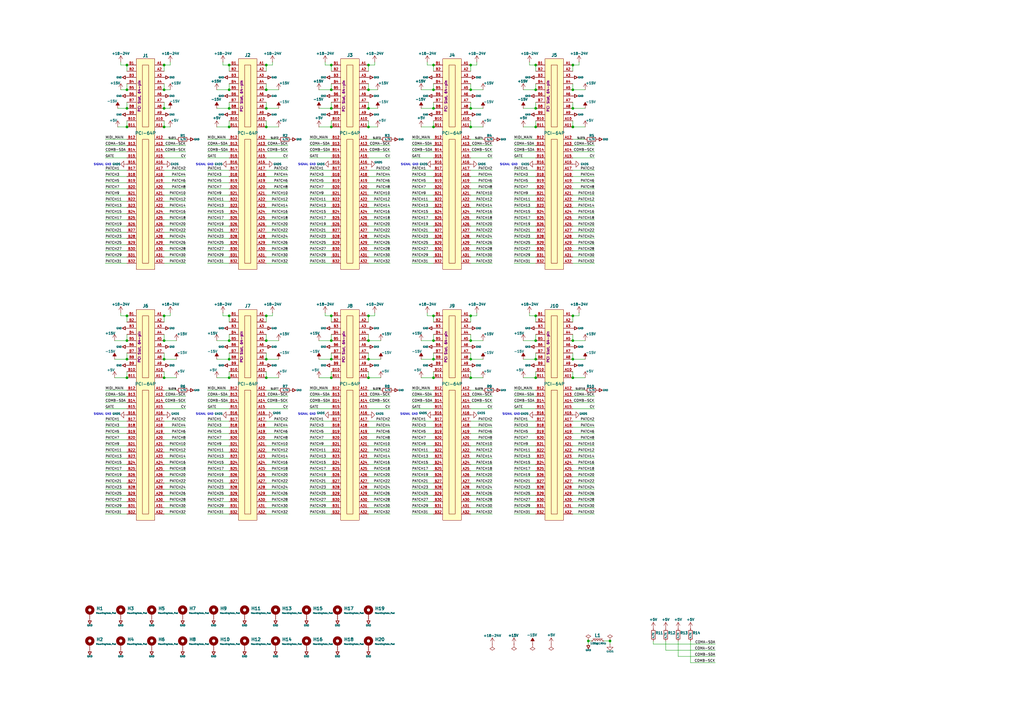
<source format=kicad_sch>
(kicad_sch (version 20250114) (generator "eeschema") (generator_version "9.0")
  (paper "A3")
  (title_block (title "DreamCatcher -- Ten Slot Backplane PCB  for ASMR") (date "2025-08-12") (rev "A") (company "by Circuit Monkey") (comment 1 "ASMR :: Advanced Synth Module Rack") (comment 2 "Ten Slot Backplane Reference Design"))
  (text "SIGNAL GND" (at 87.63 67.564 0) (effects (font (size 0.8 0.8)) (justify right)))
  (text "SIGNAL GND" (at 171.45 169.926 0) (effects (font (size 0.8 0.8)) (justify right)))
  (text "SIGNAL GND" (at 171.704 67.564 0) (effects (font (size 0.8 0.8)) (justify right)))
  (text "SIGNAL GND" (at 129.54 169.926 0) (effects (font (size 0.8 0.8)) (justify right)))
  (text "SIGNAL GND" (at 45.72 169.926 0) (effects (font (size 0.8 0.8)) (justify right)))
  (text "SIGNAL GND" (at 212.344 67.564 0) (effects (font (size 0.8 0.8)) (justify right)))
  (text "SIGNAL GND" (at 45.72 67.564 0) (effects (font (size 0.8 0.8)) (justify right)))
  (text "SIGNAL GND" (at 213.36 169.926 0) (effects (font (size 0.8 0.8)) (justify right)))
  (text "SIGNAL GND" (at 87.63 169.926 0) (effects (font (size 0.8 0.8)) (justify right)))
  (text "SIGNAL GND" (at 129.5716 67.5477 0) (effects (font (size 0.8 0.8)) (justify right)))
  (junction (at 135.89 139.7))
  (junction (at 234.95 139.7))
  (junction (at 234.95 26.67))
  (junction (at 234.95 129.54))
  (junction (at 109.22 129.54))
  (junction (at 52.07 129.54))
  (junction (at 219.71 154.94))
  (junction (at 219.71 147.32))
  (junction (at 234.95 154.94))
  (junction (at 193.04 36.83))
  (junction (at 234.95 44.45))
  (junction (at 67.31 139.7))
  (junction (at 151.13 36.83))
  (junction (at 52.07 52.07))
  (junction (at 151.13 44.45))
  (junction (at 135.89 154.94))
  (junction (at 135.89 129.54))
  (junction (at 219.71 139.7))
  (junction (at 219.71 129.54))
  (junction (at 109.22 139.7))
  (junction (at 67.31 44.45))
  (junction (at 135.89 44.45))
  (junction (at 93.98 52.07))
  (junction (at 52.07 154.94))
  (junction (at 135.89 36.83))
  (junction (at 93.98 26.67))
  (junction (at 109.22 36.83))
  (junction (at 193.04 52.07))
  (junction (at 234.95 147.32))
  (junction (at 52.07 26.67))
  (junction (at 234.95 52.07))
  (junction (at 193.04 147.32))
  (junction (at 177.8 154.94))
  (junction (at 52.07 147.32))
  (junction (at 219.71 44.45))
  (junction (at 151.13 129.54))
  (junction (at 151.13 154.94))
  (junction (at 93.98 44.45))
  (junction (at 52.07 44.45))
  (junction (at 177.8 26.67))
  (junction (at 193.04 26.67))
  (junction (at 93.98 129.54))
  (junction (at 67.31 129.54))
  (junction (at 193.04 154.94))
  (junction (at 219.71 52.07))
  (junction (at 93.98 147.32))
  (junction (at 219.71 26.67))
  (junction (at 250.19 262.89))
  (junction (at 241.3 262.89))
  (junction (at 109.22 44.45))
  (junction (at 109.22 154.94))
  (junction (at 177.8 44.45))
  (junction (at 193.04 44.45))
  (junction (at 151.13 147.32))
  (junction (at 219.71 36.83))
  (junction (at 67.31 26.67))
  (junction (at 151.13 139.7))
  (junction (at 52.07 139.7))
  (junction (at 151.13 52.07))
  (junction (at 67.31 154.94))
  (junction (at 67.31 36.83))
  (junction (at 93.98 139.7))
  (junction (at 193.04 129.54))
  (junction (at 93.98 36.83))
  (junction (at 67.31 52.07))
  (junction (at 109.22 26.67))
  (junction (at 135.89 26.67))
  (junction (at 109.22 147.32))
  (junction (at 52.07 36.83))
  (junction (at 109.22 52.07))
  (junction (at 177.8 36.83))
  (junction (at 67.31 147.32))
  (junction (at 135.89 147.32))
  (junction (at 151.13 26.67))
  (junction (at 135.89 52.07))
  (junction (at 177.8 52.07))
  (junction (at 193.04 139.7))
  (junction (at 177.8 139.7))
  (junction (at 177.8 129.54))
  (junction (at 234.95 36.83))
  (junction (at 177.8 147.32))
  (junction (at 93.98 154.94))
  (wire (pts (xy 273.05 266.7) (xy 293.37 266.7)))
  (wire (pts (xy 85.09 195.58) (xy 93.98 195.58)))
  (wire (pts (xy 210.82 177.8) (xy 219.71 177.8)))
  (wire (pts (xy 234.95 152.4) (xy 234.95 154.94)))
  (wire (pts (xy 67.31 92.71) (xy 76.2 92.71)))
  (wire (pts (xy 193.04 162.56) (xy 201.93 162.56)))
  (wire (pts (xy 168.91 107.95) (xy 177.8 107.95)))
  (wire (pts (xy 193.04 203.2) (xy 201.93 203.2)))
  (wire (pts (xy 234.95 187.96) (xy 243.84 187.96)))
  (wire (pts (xy 133.35 129.54) (xy 135.89 129.54)))
  (wire (pts (xy 151.13 74.93) (xy 160.02 74.93)))
  (wire (pts (xy 127 59.69) (xy 135.89 59.69)))
  (wire (pts (xy 193.04 208.28) (xy 201.93 208.28)))
  (wire (pts (xy 210.82 62.23) (xy 219.71 62.23)))
  (wire (pts (xy 109.22 198.12) (xy 118.11 198.12)))
  (wire (pts (xy 177.8 41.91) (xy 177.8 44.45)))
  (wire (pts (xy 219.71 137.16) (xy 219.71 139.7)))
  (wire (pts (xy 43.18 105.41) (xy 52.07 105.41)))
  (wire (pts (xy 214.63 147.32) (xy 219.71 147.32)))
  (wire (pts (xy 49.53 129.54) (xy 52.07 129.54)))
  (wire (pts (xy 67.31 162.56) (xy 76.2 162.56)))
  (wire (pts (xy 172.72 147.32) (xy 177.8 147.32)))
  (wire (pts (xy 127 85.09) (xy 135.89 85.09)))
  (wire (pts (xy 127 205.74) (xy 135.89 205.74)))
  (wire (pts (xy 210.82 162.56) (xy 219.71 162.56)))
  (wire (pts (xy 151.13 147.32) (xy 156.21 147.32)))
  (wire (pts (xy 219.71 129.54) (xy 219.71 132.08)))
  (wire (pts (xy 210.82 92.71) (xy 219.71 92.71)))
  (wire (pts (xy 135.89 129.54) (xy 135.89 132.08)))
  (wire (pts (xy 168.91 64.77) (xy 177.8 64.77)))
  (wire (pts (xy 151.13 102.87) (xy 160.02 102.87)))
  (wire (pts (xy 172.72 36.83) (xy 177.8 36.83)))
  (wire (pts (xy 43.18 195.58) (xy 52.07 195.58)))
  (wire (pts (xy 109.22 34.29) (xy 109.22 36.83)))
  (wire (pts (xy 193.04 100.33) (xy 201.93 100.33)))
  (wire (pts (xy 67.31 198.12) (xy 76.2 198.12)))
  (wire (pts (xy 151.13 97.79) (xy 160.02 97.79)))
  (wire (pts (xy 210.82 167.64) (xy 219.71 167.64)))
  (wire (pts (xy 193.04 85.09) (xy 201.93 85.09)))
  (wire (pts (xy 127 182.88) (xy 135.89 182.88)))
  (wire (pts (xy 67.31 203.2) (xy 76.2 203.2)))
  (wire (pts (xy 151.13 34.29) (xy 151.13 36.83)))
  (wire (pts (xy 85.09 57.15) (xy 93.98 57.15)))
  (wire (pts (xy 234.95 26.67) (xy 234.95 29.21)))
  (wire (pts (xy 234.95 36.83) (xy 240.03 36.83)))
  (wire (pts (xy 210.82 203.2) (xy 219.71 203.2)))
  (wire (pts (xy 151.13 64.77) (xy 160.02 64.77)))
  (wire (pts (xy 88.9 36.83) (xy 93.98 36.83)))
  (wire (pts (xy 151.13 139.7) (xy 156.21 139.7)))
  (wire (pts (xy 109.22 52.07) (xy 114.3 52.07)))
  (wire (pts (xy 168.91 195.58) (xy 177.8 195.58)))
  (wire (pts (xy 234.95 162.56) (xy 243.84 162.56)))
  (wire (pts (xy 237.49 26.67) (xy 234.95 26.67)))
  (wire (pts (xy 109.22 72.39) (xy 118.11 72.39)))
  (wire (pts (xy 151.13 152.4) (xy 151.13 154.94)))
  (wire (pts (xy 127 102.87) (xy 135.89 102.87)))
  (wire (pts (xy 43.18 69.85) (xy 52.07 69.85)))
  (wire (pts (xy 151.13 26.67) (xy 151.13 29.21)))
  (wire (pts (xy 67.31 187.96) (xy 76.2 187.96)))
  (wire (pts (xy 210.82 190.5) (xy 219.71 190.5)))
  (wire (pts (xy 168.91 62.23) (xy 177.8 62.23)))
  (wire (pts (xy 109.22 180.34) (xy 118.11 180.34)))
  (wire (pts (xy 67.31 195.58) (xy 76.2 195.58)))
  (wire (pts (xy 109.22 182.88) (xy 118.11 182.88)))
  (wire (pts (xy 109.22 62.23) (xy 118.11 62.23)))
  (wire (pts (xy 67.31 36.83) (xy 69.85 36.83)))
  (wire (pts (xy 193.04 205.74) (xy 201.93 205.74)))
  (wire (pts (xy 234.95 62.23) (xy 243.84 62.23)))
  (wire (pts (xy 69.85 128.27) (xy 69.85 129.54)))
  (wire (pts (xy 135.89 49.53) (xy 135.89 52.07)))
  (wire (pts (xy 234.95 190.5) (xy 243.84 190.5)))
  (wire (pts (xy 210.82 208.28) (xy 219.71 208.28)))
  (wire (pts (xy 109.22 59.69) (xy 118.11 59.69)))
  (wire (pts (xy 43.18 92.71) (xy 52.07 92.71)))
  (wire (pts (xy 127 175.26) (xy 135.89 175.26)))
  (wire (pts (xy 234.95 167.64) (xy 243.84 167.64)))
  (wire (pts (xy 85.09 90.17) (xy 93.98 90.17)))
  (wire (pts (xy 168.91 172.72) (xy 177.8 172.72)))
  (wire (pts (xy 168.91 160.02) (xy 177.8 160.02)))
  (wire (pts (xy 48.26 52.07) (xy 52.07 52.07)))
  (wire (pts (xy 109.22 177.8) (xy 118.11 177.8)))
  (wire (pts (xy 67.31 208.28) (xy 76.2 208.28)))
  (wire (pts (xy 85.09 85.09) (xy 93.98 85.09)))
  (wire (pts (xy 67.31 87.63) (xy 76.2 87.63)))
  (wire (pts (xy 195.58 128.27) (xy 195.58 129.54)))
  (wire (pts (xy 198.12 52.07) (xy 193.04 52.07)))
  (wire (pts (xy 109.22 129.54) (xy 109.22 132.08)))
  (wire (pts (xy 219.71 34.29) (xy 219.71 36.83)))
  (wire (pts (xy 109.22 80.01) (xy 118.11 80.01)))
  (wire (pts (xy 127 92.71) (xy 135.89 92.71)))
  (wire (pts (xy 168.91 180.34) (xy 177.8 180.34)))
  (wire (pts (xy 234.95 137.16) (xy 234.95 139.7)))
  (wire (pts (xy 127 72.39) (xy 135.89 72.39)))
  (wire (pts (xy 193.04 165.1) (xy 201.93 165.1)))
  (wire (pts (xy 67.31 107.95) (xy 76.2 107.95)))
  (wire (pts (xy 43.18 167.64) (xy 52.07 167.64)))
  (wire (pts (xy 85.09 72.39) (xy 93.98 72.39)))
  (wire (pts (xy 151.13 144.78) (xy 151.13 147.32)))
  (wire (pts (xy 85.09 205.74) (xy 93.98 205.74)))
  (wire (pts (xy 130.81 147.32) (xy 135.89 147.32)))
  (wire (pts (xy 151.13 62.23) (xy 160.02 62.23)))
  (wire (pts (xy 109.22 152.4) (xy 109.22 154.94)))
  (wire (pts (xy 43.18 95.25) (xy 52.07 95.25)))
  (wire (pts (xy 88.9 52.07) (xy 93.98 52.07)))
  (wire (pts (xy 43.18 107.95) (xy 52.07 107.95)))
  (wire (pts (xy 109.22 97.79) (xy 118.11 97.79)))
  (wire (pts (xy 234.95 160.02) (xy 240.03 160.02)))
  (wire (pts (xy 130.81 154.94) (xy 135.89 154.94)))
  (wire (pts (xy 210.82 165.1) (xy 219.71 165.1)))
  (wire (pts (xy 135.89 152.4) (xy 135.89 154.94)))
  (wire (pts (xy 210.82 87.63) (xy 219.71 87.63)))
  (wire (pts (xy 109.22 160.02) (xy 114.3 160.02)))
  (wire (pts (xy 151.13 77.47) (xy 160.02 77.47)))
  (wire (pts (xy 127 165.1) (xy 135.89 165.1)))
  (wire (pts (xy 210.82 182.88) (xy 219.71 182.88)))
  (wire (pts (xy 127 210.82) (xy 135.89 210.82)))
  (wire (pts (xy 234.95 208.28) (xy 243.84 208.28)))
  (wire (pts (xy 67.31 190.5) (xy 76.2 190.5)))
  (wire (pts (xy 168.91 165.1) (xy 177.8 165.1)))
  (wire (pts (xy 210.82 198.12) (xy 219.71 198.12)))
  (wire (pts (xy 67.31 49.53) (xy 67.31 52.07)))
  (wire (pts (xy 127 200.66) (xy 135.89 200.66)))
  (wire (pts (xy 210.82 105.41) (xy 219.71 105.41)))
  (wire (pts (xy 193.04 82.55) (xy 201.93 82.55)))
  (wire (pts (xy 151.13 205.74) (xy 160.02 205.74)))
  (wire (pts (xy 168.91 203.2) (xy 177.8 203.2)))
  (wire (pts (xy 168.91 74.93) (xy 177.8 74.93)))
  (wire (pts (xy 168.91 100.33) (xy 177.8 100.33)))
  (wire (pts (xy 234.95 200.66) (xy 243.84 200.66)))
  (wire (pts (xy 85.09 193.04) (xy 93.98 193.04)))
  (wire (pts (xy 234.95 172.72) (xy 243.84 172.72)))
  (wire (pts (xy 85.09 172.72) (xy 93.98 172.72)))
  (wire (pts (xy 127 180.34) (xy 135.89 180.34)))
  (wire (pts (xy 234.95 80.01) (xy 243.84 80.01)))
  (wire (pts (xy 67.31 144.78) (xy 67.31 147.32)))
  (wire (pts (xy 88.9 139.7) (xy 93.98 139.7)))
  (wire (pts (xy 217.17 26.67) (xy 219.71 26.67)))
  (wire (pts (xy 43.18 59.69) (xy 52.07 59.69)))
  (wire (pts (xy 193.04 152.4) (xy 193.04 154.94)))
  (wire (pts (xy 219.71 152.4) (xy 219.71 154.94)))
  (wire (pts (xy 210.82 95.25) (xy 219.71 95.25)))
  (wire (pts (xy 168.91 72.39) (xy 177.8 72.39)))
  (wire (pts (xy 237.49 25.4) (xy 237.49 26.67)))
  (wire (pts (xy 210.82 72.39) (xy 219.71 72.39)))
  (wire (pts (xy 85.09 180.34) (xy 93.98 180.34)))
  (wire (pts (xy 177.8 137.16) (xy 177.8 139.7)))
  (wire (pts (xy 85.09 87.63) (xy 93.98 87.63)))
  (wire (pts (xy 234.95 182.88) (xy 243.84 182.88)))
  (wire (pts (xy 151.13 203.2) (xy 160.02 203.2)))
  (wire (pts (xy 43.18 193.04) (xy 52.07 193.04)))
  (wire (pts (xy 193.04 34.29) (xy 193.04 36.83)))
  (wire (pts (xy 234.95 90.17) (xy 243.84 90.17)))
  (wire (pts (xy 67.31 167.64) (xy 76.2 167.64)))
  (wire (pts (xy 168.91 182.88) (xy 177.8 182.88)))
  (wire (pts (xy 109.22 193.04) (xy 118.11 193.04)))
  (wire (pts (xy 127 90.17) (xy 135.89 90.17)))
  (wire (pts (xy 43.18 172.72) (xy 52.07 172.72)))
  (wire (pts (xy 91.44 26.67) (xy 91.44 25.4)))
  (wire (pts (xy 127 198.12) (xy 135.89 198.12)))
  (wire (pts (xy 127 190.5) (xy 135.89 190.5)))
  (wire (pts (xy 109.22 105.41) (xy 118.11 105.41)))
  (wire (pts (xy 234.95 92.71) (xy 243.84 92.71)))
  (wire (pts (xy 168.91 87.63) (xy 177.8 87.63)))
  (wire (pts (xy 151.13 41.91) (xy 151.13 44.45)))
  (wire (pts (xy 109.22 90.17) (xy 118.11 90.17)))
  (wire (pts (xy 52.07 137.16) (xy 52.07 139.7)))
  (wire (pts (xy 151.13 85.09) (xy 160.02 85.09)))
  (wire (pts (xy 193.04 102.87) (xy 201.93 102.87)))
  (wire (pts (xy 133.35 26.67) (xy 135.89 26.67)))
  (wire (pts (xy 67.31 52.07) (xy 69.85 52.07)))
  (wire (pts (xy 151.13 154.94) (xy 156.21 154.94)))
  (wire (pts (xy 210.82 74.93) (xy 219.71 74.93)))
  (wire (pts (xy 175.26 129.54) (xy 177.8 129.54)))
  (wire (pts (xy 217.17 26.67) (xy 217.17 25.4)))
  (wire (pts (xy 52.07 26.67) (xy 52.07 29.21)))
  (wire (pts (xy 177.8 26.67) (xy 177.8 29.21)))
  (wire (pts (xy 172.72 52.07) (xy 177.8 52.07)))
  (wire (pts (xy 168.91 200.66) (xy 177.8 200.66)))
  (wire (pts (xy 210.82 172.72) (xy 219.71 172.72)))
  (wire (pts (xy 234.95 175.26) (xy 243.84 175.26)))
  (wire (pts (xy 43.18 203.2) (xy 52.07 203.2)))
  (wire (pts (xy 67.31 160.02) (xy 72.39 160.02)))
  (wire (pts (xy 193.04 137.16) (xy 193.04 139.7)))
  (wire (pts (xy 109.22 36.83) (xy 114.3 36.83)))
  (wire (pts (xy 85.09 210.82) (xy 93.98 210.82)))
  (wire (pts (xy 151.13 95.25) (xy 160.02 95.25)))
  (wire (pts (xy 168.91 167.64) (xy 177.8 167.64)))
  (wire (pts (xy 67.31 34.29) (xy 67.31 36.83)))
  (wire (pts (xy 109.22 210.82) (xy 118.11 210.82)))
  (wire (pts (xy 193.04 195.58) (xy 201.93 195.58)))
  (wire (pts (xy 69.85 26.67) (xy 67.31 26.67)))
  (wire (pts (xy 237.49 128.27) (xy 237.49 129.54)))
  (wire (pts (xy 127 77.47) (xy 135.89 77.47)))
  (wire (pts (xy 193.04 210.82) (xy 201.93 210.82)))
  (wire (pts (xy 67.31 64.77) (xy 76.2 64.77)))
  (wire (pts (xy 127 74.93) (xy 135.89 74.93)))
  (wire (pts (xy 67.31 90.17) (xy 76.2 90.17)))
  (wire (pts (xy 234.95 44.45) (xy 240.03 44.45)))
  (wire (pts (xy 109.22 147.32) (xy 114.3 147.32)))
  (wire (pts (xy 151.13 52.07) (xy 154.94 52.07)))
  (wire (pts (xy 193.04 49.53) (xy 193.04 52.07)))
  (wire (pts (xy 151.13 180.34) (xy 160.02 180.34)))
  (wire (pts (xy 193.04 36.83) (xy 198.12 36.83)))
  (wire (pts (xy 193.04 26.67) (xy 193.04 29.21)))
  (wire (pts (xy 67.31 139.7) (xy 72.39 139.7)))
  (wire (pts (xy 151.13 175.26) (xy 160.02 175.26)))
  (wire (pts (xy 85.09 82.55) (xy 93.98 82.55)))
  (wire (pts (xy 193.04 185.42) (xy 201.93 185.42)))
  (wire (pts (xy 283.21 271.78) (xy 293.37 271.78)))
  (wire (pts (xy 67.31 74.93) (xy 76.2 74.93)))
  (wire (pts (xy 234.95 129.54) (xy 237.49 129.54)))
  (wire (pts (xy 67.31 72.39) (xy 76.2 72.39)))
  (wire (pts (xy 67.31 102.87) (xy 76.2 102.87)))
  (wire (pts (xy 151.13 193.04) (xy 160.02 193.04)))
  (wire (pts (xy 195.58 25.4) (xy 195.58 26.67)))
  (wire (pts (xy 177.8 129.54) (xy 177.8 132.08)))
  (wire (pts (xy 67.31 80.01) (xy 76.2 80.01)))
  (wire (pts (xy 93.98 41.91) (xy 93.98 44.45)))
  (wire (pts (xy 234.95 77.47) (xy 243.84 77.47)))
  (wire (pts (xy 214.63 139.7) (xy 219.71 139.7)))
  (wire (pts (xy 43.18 100.33) (xy 52.07 100.33)))
  (wire (pts (xy 177.8 144.78) (xy 177.8 147.32)))
  (wire (pts (xy 67.31 69.85) (xy 76.2 69.85)))
  (wire (pts (xy 109.22 185.42) (xy 118.11 185.42)))
  (wire (pts (xy 193.04 160.02) (xy 198.12 160.02)))
  (wire (pts (xy 49.53 26.67) (xy 49.53 25.4)))
  (wire (pts (xy 210.82 185.42) (xy 219.71 185.42)))
  (wire (pts (xy 193.04 57.15) (xy 198.12 57.15)))
  (wire (pts (xy 273.05 262.89) (xy 273.05 266.7)))
  (wire (pts (xy 85.09 185.42) (xy 93.98 185.42)))
  (wire (pts (xy 234.95 100.33) (xy 243.84 100.33)))
  (wire (pts (xy 168.91 208.28) (xy 177.8 208.28)))
  (wire (pts (xy 210.82 195.58) (xy 219.71 195.58)))
  (wire (pts (xy 193.04 180.34) (xy 201.93 180.34)))
  (wire (pts (xy 193.04 182.88) (xy 201.93 182.88)))
  (wire (pts (xy 109.22 77.47) (xy 118.11 77.47)))
  (wire (pts (xy 109.22 107.95) (xy 118.11 107.95)))
  (wire (pts (xy 195.58 129.54) (xy 193.04 129.54)))
  (wire (pts (xy 46.99 154.94) (xy 52.07 154.94)))
  (wire (pts (xy 67.31 95.25) (xy 76.2 95.25)))
  (wire (pts (xy 151.13 198.12) (xy 160.02 198.12)))
  (wire (pts (xy 168.91 80.01) (xy 177.8 80.01)))
  (wire (pts (xy 234.95 105.41) (xy 243.84 105.41)))
  (wire (pts (xy 43.18 87.63) (xy 52.07 87.63)))
  (wire (pts (xy 127 82.55) (xy 135.89 82.55)))
  (wire (pts (xy 43.18 210.82) (xy 52.07 210.82)))
  (wire (pts (xy 67.31 44.45) (xy 69.85 44.45)))
  (wire (pts (xy 153.67 26.67) (xy 151.13 26.67)))
  (wire (pts (xy 43.18 190.5) (xy 52.07 190.5)))
  (wire (pts (xy 46.99 147.32) (xy 52.07 147.32)))
  (wire (pts (xy 109.22 64.77) (xy 118.11 64.77)))
  (wire (pts (xy 151.13 57.15) (xy 156.21 57.15)))
  (wire (pts (xy 210.82 107.95) (xy 219.71 107.95)))
  (wire (pts (xy 88.9 147.32) (xy 93.98 147.32)))
  (wire (pts (xy 109.22 172.72) (xy 118.11 172.72)))
  (wire (pts (xy 210.82 187.96) (xy 219.71 187.96)))
  (wire (pts (xy 85.09 74.93) (xy 93.98 74.93)))
  (wire (pts (xy 67.31 177.8) (xy 76.2 177.8)))
  (wire (pts (xy 193.04 147.32) (xy 198.12 147.32)))
  (wire (pts (xy 111.76 129.54) (xy 109.22 129.54)))
  (wire (pts (xy 168.91 69.85) (xy 177.8 69.85)))
  (wire (pts (xy 168.91 185.42) (xy 177.8 185.42)))
  (wire (pts (xy 127 69.85) (xy 135.89 69.85)))
  (wire (pts (xy 168.91 193.04) (xy 177.8 193.04)))
  (wire (pts (xy 43.18 185.42) (xy 52.07 185.42)))
  (wire (pts (xy 67.31 129.54) (xy 67.31 132.08)))
  (wire (pts (xy 219.71 49.53) (xy 219.71 52.07)))
  (wire (pts (xy 69.85 129.54) (xy 67.31 129.54)))
  (wire (pts (xy 193.04 72.39) (xy 201.93 72.39)))
  (wire (pts (xy 234.95 107.95) (xy 243.84 107.95)))
  (wire (pts (xy 85.09 177.8) (xy 93.98 177.8)))
  (wire (pts (xy 210.82 80.01) (xy 219.71 80.01)))
  (wire (pts (xy 127 80.01) (xy 135.89 80.01)))
  (wire (pts (xy 52.07 129.54) (xy 52.07 132.08)))
  (wire (pts (xy 210.82 57.15) (xy 219.71 57.15)))
  (wire (pts (xy 109.22 203.2) (xy 118.11 203.2)))
  (wire (pts (xy 43.18 97.79) (xy 52.07 97.79)))
  (wire (pts (xy 127 97.79) (xy 135.89 97.79)))
  (wire (pts (xy 43.18 82.55) (xy 52.07 82.55)))
  (wire (pts (xy 234.95 177.8) (xy 243.84 177.8)))
  (wire (pts (xy 67.31 137.16) (xy 67.31 139.7)))
  (wire (pts (xy 127 105.41) (xy 135.89 105.41)))
  (wire (pts (xy 193.04 92.71) (xy 201.93 92.71)))
  (wire (pts (xy 135.89 26.67) (xy 135.89 29.21)))
  (wire (pts (xy 193.04 139.7) (xy 198.12 139.7)))
  (wire (pts (xy 111.76 128.27) (xy 111.76 129.54)))
  (wire (pts (xy 43.18 208.28) (xy 52.07 208.28)))
  (wire (pts (xy 210.82 90.17) (xy 219.71 90.17)))
  (wire (pts (xy 151.13 69.85) (xy 160.02 69.85)))
  (wire (pts (xy 43.18 85.09) (xy 52.07 85.09)))
  (wire (pts (xy 234.95 154.94) (xy 240.03 154.94)))
  (wire (pts (xy 234.95 139.7) (xy 240.03 139.7)))
  (wire (pts (xy 109.22 95.25) (xy 118.11 95.25)))
  (wire (pts (xy 127 193.04) (xy 135.89 193.04)))
  (wire (pts (xy 168.91 102.87) (xy 177.8 102.87)))
  (wire (pts (xy 151.13 165.1) (xy 160.02 165.1)))
  (wire (pts (xy 193.04 74.93) (xy 201.93 74.93)))
  (wire (pts (xy 67.31 172.72) (xy 76.2 172.72)))
  (wire (pts (xy 67.31 26.67) (xy 67.31 29.21)))
  (wire (pts (xy 172.72 139.7) (xy 177.8 139.7)))
  (wire (pts (xy 234.95 57.15) (xy 240.03 57.15)))
  (wire (pts (xy 151.13 87.63) (xy 160.02 87.63)))
  (wire (pts (xy 151.13 105.41) (xy 160.02 105.41)))
  (wire (pts (xy 85.09 187.96) (xy 93.98 187.96)))
  (wire (pts (xy 193.04 64.77) (xy 201.93 64.77)))
  (wire (pts (xy 234.95 144.78) (xy 234.95 147.32)))
  (wire (pts (xy 93.98 152.4) (xy 93.98 154.94)))
  (wire (pts (xy 151.13 190.5) (xy 160.02 190.5)))
  (wire (pts (xy 168.91 90.17) (xy 177.8 90.17)))
  (wire (pts (xy 43.18 162.56) (xy 52.07 162.56)))
  (wire (pts (xy 193.04 167.64) (xy 201.93 167.64)))
  (wire (pts (xy 168.91 77.47) (xy 177.8 77.47)))
  (wire (pts (xy 193.04 175.26) (xy 201.93 175.26)))
  (wire (pts (xy 234.95 34.29) (xy 234.95 36.83)))
  (wire (pts (xy 127 185.42) (xy 135.89 185.42)))
  (wire (pts (xy 219.71 26.67) (xy 219.71 29.21)))
  (wire (pts (xy 234.95 165.1) (xy 243.84 165.1)))
  (wire (pts (xy 234.95 59.69) (xy 243.84 59.69)))
  (wire (pts (xy 43.18 90.17) (xy 52.07 90.17)))
  (wire (pts (xy 168.91 85.09) (xy 177.8 85.09)))
  (wire (pts (xy 43.18 205.74) (xy 52.07 205.74)))
  (wire (pts (xy 109.22 137.16) (xy 109.22 139.7)))
  (wire (pts (xy 127 172.72) (xy 135.89 172.72)))
  (wire (pts (xy 210.82 59.69) (xy 219.71 59.69)))
  (wire (pts (xy 210.82 100.33) (xy 219.71 100.33)))
  (wire (pts (xy 109.22 92.71) (xy 118.11 92.71)))
  (wire (pts (xy 43.18 177.8) (xy 52.07 177.8)))
  (wire (pts (xy 109.22 100.33) (xy 118.11 100.33)))
  (wire (pts (xy 43.18 72.39) (xy 52.07 72.39)))
  (wire (pts (xy 85.09 167.64) (xy 93.98 167.64)))
  (wire (pts (xy 151.13 200.66) (xy 160.02 200.66)))
  (wire (pts (xy 267.97 264.16) (xy 267.97 262.89)))
  (wire (pts (xy 193.04 154.94) (xy 198.12 154.94)))
  (wire (pts (xy 69.85 25.4) (xy 69.85 26.67)))
  (wire (pts (xy 46.99 139.7) (xy 52.07 139.7)))
  (wire (pts (xy 109.22 162.56) (xy 118.11 162.56)))
  (wire (pts (xy 168.91 205.74) (xy 177.8 205.74)))
  (wire (pts (xy 210.82 200.66) (xy 219.71 200.66)))
  (wire (pts (xy 52.07 49.53) (xy 52.07 52.07)))
  (wire (pts (xy 210.82 82.55) (xy 219.71 82.55)))
  (wire (pts (xy 109.22 85.09) (xy 118.11 85.09)))
  (wire (pts (xy 85.09 107.95) (xy 93.98 107.95)))
  (wire (pts (xy 127 107.95) (xy 135.89 107.95)))
  (wire (pts (xy 234.95 69.85) (xy 243.84 69.85)))
  (wire (pts (xy 85.09 69.85) (xy 93.98 69.85)))
  (wire (pts (xy 168.91 198.12) (xy 177.8 198.12)))
  (wire (pts (xy 172.72 154.94) (xy 177.8 154.94)))
  (wire (pts (xy 153.67 129.54) (xy 151.13 129.54)))
  (wire (pts (xy 135.89 34.29) (xy 135.89 36.83)))
  (wire (pts (xy 67.31 154.94) (xy 72.39 154.94)))
  (wire (pts (xy 151.13 210.82) (xy 160.02 210.82)))
  (wire (pts (xy 241.3 262.89) (xy 242.57 262.89)))
  (wire (pts (xy 67.31 193.04) (xy 76.2 193.04)))
  (wire (pts (xy 93.98 26.67) (xy 91.44 26.67)))
  (wire (pts (xy 127 208.28) (xy 135.89 208.28)))
  (wire (pts (xy 234.95 195.58) (xy 243.84 195.58)))
  (wire (pts (xy 43.18 160.02) (xy 52.07 160.02)))
  (wire (pts (xy 151.13 167.64) (xy 160.02 167.64)))
  (wire (pts (xy 151.13 90.17) (xy 160.02 90.17)))
  (wire (pts (xy 109.22 69.85) (xy 118.11 69.85)))
  (wire (pts (xy 85.09 203.2) (xy 93.98 203.2)))
  (wire (pts (xy 234.95 95.25) (xy 243.84 95.25)))
  (wire (pts (xy 85.09 165.1) (xy 93.98 165.1)))
  (wire (pts (xy 193.04 41.91) (xy 193.04 44.45)))
  (wire (pts (xy 241.3 264.16) (xy 241.3 262.89)))
  (wire (pts (xy 247.65 262.89) (xy 250.19 262.89)))
  (wire (pts (xy 85.09 77.47) (xy 93.98 77.47)))
  (wire (pts (xy 193.04 200.66) (xy 201.93 200.66)))
  (wire (pts (xy 193.04 87.63) (xy 201.93 87.63)))
  (wire (pts (xy 67.31 147.32) (xy 72.39 147.32)))
  (wire (pts (xy 210.82 205.74) (xy 219.71 205.74)))
  (wire (pts (xy 210.82 175.26) (xy 219.71 175.26)))
  (wire (pts (xy 85.09 182.88) (xy 93.98 182.88)))
  (wire (pts (xy 43.18 102.87) (xy 52.07 102.87)))
  (wire (pts (xy 193.04 80.01) (xy 201.93 80.01)))
  (wire (pts (xy 109.22 102.87) (xy 118.11 102.87)))
  (wire (pts (xy 210.82 210.82) (xy 219.71 210.82)))
  (wire (pts (xy 109.22 74.93) (xy 118.11 74.93)))
  (wire (pts (xy 234.95 203.2) (xy 243.84 203.2)))
  (wire (pts (xy 151.13 82.55) (xy 160.02 82.55)))
  (wire (pts (xy 234.95 85.09) (xy 243.84 85.09)))
  (wire (pts (xy 43.18 165.1) (xy 52.07 165.1)))
  (wire (pts (xy 151.13 195.58) (xy 160.02 195.58)))
  (wire (pts (xy 85.09 105.41) (xy 93.98 105.41)))
  (wire (pts (xy 168.91 59.69) (xy 177.8 59.69)))
  (wire (pts (xy 151.13 172.72) (xy 160.02 172.72)))
  (wire (pts (xy 130.81 44.45) (xy 135.89 44.45)))
  (wire (pts (xy 210.82 102.87) (xy 219.71 102.87)))
  (wire (pts (xy 52.07 152.4) (xy 52.07 154.94)))
  (wire (pts (xy 210.82 69.85) (xy 219.71 69.85)))
  (wire (pts (xy 210.82 64.77) (xy 219.71 64.77)))
  (wire (pts (xy 52.07 144.78) (xy 52.07 147.32)))
  (wire (pts (xy 109.22 82.55) (xy 118.11 82.55)))
  (wire (pts (xy 43.18 74.93) (xy 52.07 74.93)))
  (wire (pts (xy 234.95 147.32) (xy 240.03 147.32)))
  (wire (pts (xy 234.95 49.53) (xy 234.95 52.07)))
  (wire (pts (xy 130.81 139.7) (xy 135.89 139.7)))
  (wire (pts (xy 135.89 41.91) (xy 135.89 44.45)))
  (wire (pts (xy 127 187.96) (xy 135.89 187.96)))
  (wire (pts (xy 151.13 208.28) (xy 160.02 208.28)))
  (wire (pts (xy 85.09 190.5) (xy 93.98 190.5)))
  (wire (pts (xy 91.44 129.54) (xy 93.98 129.54)))
  (wire (pts (xy 43.18 80.01) (xy 52.07 80.01)))
  (wire (pts (xy 127 100.33) (xy 135.89 100.33)))
  (wire (pts (xy 168.91 57.15) (xy 177.8 57.15)))
  (wire (pts (xy 111.76 25.4) (xy 111.76 26.67)))
  (wire (pts (xy 67.31 180.34) (xy 76.2 180.34)))
  (wire (pts (xy 278.13 262.89) (xy 278.13 269.24)))
  (wire (pts (xy 109.22 49.53) (xy 109.22 52.07)))
  (wire (pts (xy 151.13 107.95) (xy 160.02 107.95)))
  (wire (pts (xy 52.07 34.29) (xy 52.07 36.83)))
  (wire (pts (xy 234.95 205.74) (xy 243.84 205.74)))
  (wire (pts (xy 127 57.15) (xy 135.89 57.15)))
  (wire (pts (xy 210.82 160.02) (xy 219.71 160.02)))
  (wire (pts (xy 109.22 87.63) (xy 118.11 87.63)))
  (wire (pts (xy 193.04 129.54) (xy 193.04 132.08)))
  (wire (pts (xy 177.8 49.53) (xy 177.8 52.07)))
  (wire (pts (xy 93.98 137.16) (xy 93.98 139.7)))
  (wire (pts (xy 127 160.02) (xy 135.89 160.02)))
  (wire (pts (xy 210.82 180.34) (xy 219.71 180.34)))
  (wire (pts (xy 214.63 44.45) (xy 219.71 44.45)))
  (wire (pts (xy 193.04 107.95) (xy 201.93 107.95)))
  (wire (pts (xy 109.22 187.96) (xy 118.11 187.96)))
  (wire (pts (xy 234.95 198.12) (xy 243.84 198.12)))
  (wire (pts (xy 67.31 62.23) (xy 76.2 62.23)))
  (wire (pts (xy 210.82 97.79) (xy 219.71 97.79)))
  (wire (pts (xy 130.81 52.07) (xy 135.89 52.07)))
  (wire (pts (xy 193.04 177.8) (xy 201.93 177.8)))
  (wire (pts (xy 217.17 129.54) (xy 217.17 128.27)))
  (wire (pts (xy 52.07 41.91) (xy 52.07 44.45)))
  (wire (pts (xy 151.13 36.83) (xy 154.94 36.83)))
  (wire (pts (xy 168.91 105.41) (xy 177.8 105.41)))
  (wire (pts (xy 67.31 100.33) (xy 76.2 100.33)))
  (wire (pts (xy 151.13 162.56) (xy 160.02 162.56)))
  (wire (pts (xy 91.44 129.54) (xy 91.44 128.27)))
  (wire (pts (xy 217.17 129.54) (xy 219.71 129.54)))
  (wire (pts (xy 168.91 190.5) (xy 177.8 190.5)))
  (wire (pts (xy 214.63 52.07) (xy 219.71 52.07)))
  (wire (pts (xy 127 62.23) (xy 135.89 62.23)))
  (wire (pts (xy 168.91 187.96) (xy 177.8 187.96)))
  (wire (pts (xy 109.22 41.91) (xy 109.22 44.45)))
  (wire (pts (xy 109.22 208.28) (xy 118.11 208.28)))
  (wire (pts (xy 193.04 59.69) (xy 201.93 59.69)))
  (wire (pts (xy 234.95 52.07) (xy 240.03 52.07)))
  (wire (pts (xy 234.95 72.39) (xy 243.84 72.39)))
  (wire (pts (xy 234.95 87.63) (xy 243.84 87.63)))
  (wire (pts (xy 85.09 97.79) (xy 93.98 97.79)))
  (wire (pts (xy 67.31 77.47) (xy 76.2 77.47)))
  (wire (pts (xy 168.91 95.25) (xy 177.8 95.25)))
  (wire (pts (xy 193.04 97.79) (xy 201.93 97.79)))
  (wire (pts (xy 214.63 154.94) (xy 219.71 154.94)))
  (wire (pts (xy 43.18 77.47) (xy 52.07 77.47)))
  (wire (pts (xy 67.31 82.55) (xy 76.2 82.55)))
  (wire (pts (xy 127 87.63) (xy 135.89 87.63)))
  (wire (pts (xy 127 203.2) (xy 135.89 203.2)))
  (wire (pts (xy 219.71 144.78) (xy 219.71 147.32)))
  (wire (pts (xy 151.13 44.45) (xy 154.94 44.45)))
  (wire (pts (xy 85.09 102.87) (xy 93.98 102.87)))
  (wire (pts (xy 210.82 77.47) (xy 219.71 77.47)))
  (wire (pts (xy 234.95 64.77) (xy 243.84 64.77)))
  (wire (pts (xy 127 64.77) (xy 135.89 64.77)))
  (wire (pts (xy 193.04 44.45) (xy 198.12 44.45)))
  (wire (pts (xy 133.35 129.54) (xy 133.35 128.27)))
  (wire (pts (xy 67.31 165.1) (xy 76.2 165.1)))
  (wire (pts (xy 234.95 97.79) (xy 243.84 97.79)))
  (wire (pts (xy 151.13 182.88) (xy 160.02 182.88)))
  (wire (pts (xy 85.09 208.28) (xy 93.98 208.28)))
  (wire (pts (xy 67.31 200.66) (xy 76.2 200.66)))
  (wire (pts (xy 109.22 57.15) (xy 114.3 57.15)))
  (wire (pts (xy 43.18 57.15) (xy 52.07 57.15)))
  (wire (pts (xy 93.98 129.54) (xy 93.98 132.08)))
  (wire (pts (xy 127 177.8) (xy 135.89 177.8)))
  (wire (pts (xy 193.04 77.47) (xy 201.93 77.47)))
  (wire (pts (xy 234.95 210.82) (xy 243.84 210.82)))
  (wire (pts (xy 168.91 82.55) (xy 177.8 82.55)))
  (wire (pts (xy 43.18 200.66) (xy 52.07 200.66)))
  (wire (pts (xy 67.31 175.26) (xy 76.2 175.26)))
  (wire (pts (xy 193.04 187.96) (xy 201.93 187.96)))
  (wire (pts (xy 49.53 129.54) (xy 49.53 128.27)))
  (wire (pts (xy 67.31 41.91) (xy 67.31 44.45)))
  (wire (pts (xy 175.26 129.54) (xy 175.26 128.27)))
  (wire (pts (xy 109.22 154.94) (xy 114.3 154.94)))
  (wire (pts (xy 250.19 262.89) (xy 250.19 264.16)))
  (wire (pts (xy 109.22 175.26) (xy 118.11 175.26)))
  (wire (pts (xy 135.89 137.16) (xy 135.89 139.7)))
  (wire (pts (xy 168.91 175.26) (xy 177.8 175.26)))
  (wire (pts (xy 109.22 205.74) (xy 118.11 205.74)))
  (wire (pts (xy 193.04 193.04) (xy 201.93 193.04)))
  (wire (pts (xy 43.18 187.96) (xy 52.07 187.96)))
  (wire (pts (xy 135.89 144.78) (xy 135.89 147.32)))
  (wire (pts (xy 175.26 26.67) (xy 177.8 26.67)))
  (wire (pts (xy 67.31 185.42) (xy 76.2 185.42)))
  (wire (pts (xy 43.18 64.77) (xy 52.07 64.77)))
  (wire (pts (xy 67.31 182.88) (xy 76.2 182.88)))
  (wire (pts (xy 109.22 29.21) (xy 109.22 26.67)))
  (wire (pts (xy 85.09 80.01) (xy 93.98 80.01)))
  (wire (pts (xy 177.8 152.4) (xy 177.8 154.94)))
  (wire (pts (xy 85.09 64.77) (xy 93.98 64.77)))
  (wire (pts (xy 219.71 41.91) (xy 219.71 44.45)))
  (wire (pts (xy 67.31 57.15) (xy 72.39 57.15)))
  (wire (pts (xy 133.35 26.67) (xy 133.35 25.4)))
  (wire (pts (xy 153.67 25.4) (xy 153.67 26.67)))
  (wire (pts (xy 49.53 36.83) (xy 52.07 36.83)))
  (wire (pts (xy 151.13 187.96) (xy 160.02 187.96)))
  (wire (pts (xy 130.81 36.83) (xy 135.89 36.83)))
  (wire (pts (xy 48.26 44.45) (xy 52.07 44.45)))
  (wire (pts (xy 43.18 180.34) (xy 52.07 180.34)))
  (wire (pts (xy 109.22 44.45) (xy 114.3 44.45)))
  (wire (pts (xy 168.91 97.79) (xy 177.8 97.79)))
  (wire (pts (xy 151.13 160.02) (xy 156.21 160.02)))
  (wire (pts (xy 193.04 95.25) (xy 201.93 95.25)))
  (wire (pts (xy 85.09 62.23) (xy 93.98 62.23)))
  (wire (pts (xy 151.13 49.53) (xy 151.13 52.07)))
  (wire (pts (xy 43.18 198.12) (xy 52.07 198.12)))
  (wire (pts (xy 193.04 144.78) (xy 193.04 147.32)))
  (wire (pts (xy 193.04 190.5) (xy 201.93 190.5)))
  (wire (pts (xy 67.31 210.82) (xy 76.2 210.82)))
  (wire (pts (xy 67.31 105.41) (xy 76.2 105.41)))
  (wire (pts (xy 234.95 185.42) (xy 243.84 185.42)))
  (wire (pts (xy 234.95 82.55) (xy 243.84 82.55)))
  (wire (pts (xy 93.98 49.53) (xy 93.98 52.07)))
  (wire (pts (xy 151.13 185.42) (xy 160.02 185.42)))
  (wire (pts (xy 109.22 200.66) (xy 118.11 200.66)))
  (wire (pts (xy 85.09 95.25) (xy 93.98 95.25)))
  (wire (pts (xy 85.09 92.71) (xy 93.98 92.71)))
  (wire (pts (xy 109.22 195.58) (xy 118.11 195.58)))
  (wire (pts (xy 168.91 177.8) (xy 177.8 177.8)))
  (wire (pts (xy 177.8 34.29) (xy 177.8 36.83)))
  (wire (pts (xy 151.13 59.69) (xy 160.02 59.69)))
  (wire (pts (xy 195.58 26.67) (xy 193.04 26.67)))
  (wire (pts (xy 49.53 26.67) (xy 52.07 26.67)))
  (wire (pts (xy 109.22 144.78) (xy 109.22 147.32)))
  (wire (pts (xy 234.95 180.34) (xy 243.84 180.34)))
  (wire (pts (xy 85.09 175.26) (xy 93.98 175.26)))
  (wire (pts (xy 43.18 62.23) (xy 52.07 62.23)))
  (wire (pts (xy 109.22 167.64) (xy 118.11 167.64)))
  (wire (pts (xy 214.63 36.83) (xy 219.71 36.83)))
  (wire (pts (xy 85.09 200.66) (xy 93.98 200.66)))
  (wire (pts (xy 93.98 144.78) (xy 93.98 147.32)))
  (wire (pts (xy 172.72 44.45) (xy 177.8 44.45)))
  (wire (pts (xy 109.22 26.67) (xy 111.76 26.67)))
  (wire (pts (xy 151.13 72.39) (xy 160.02 72.39)))
  (wire (pts (xy 151.13 177.8) (xy 160.02 177.8)))
  (wire (pts (xy 151.13 129.54) (xy 151.13 132.08)))
  (wire (pts (xy 193.04 62.23) (xy 201.93 62.23)))
  (wire (pts (xy 278.13 269.24) (xy 293.37 269.24)))
  (wire (pts (xy 93.98 29.21) (xy 93.98 26.67)))
  (wire (pts (xy 168.91 210.82) (xy 177.8 210.82)))
  (wire (pts (xy 193.04 198.12) (xy 201.93 198.12)))
  (wire (pts (xy 109.22 139.7) (xy 114.3 139.7)))
  (wire (pts (xy 234.95 41.91) (xy 234.95 44.45)))
  (wire (pts (xy 153.67 128.27) (xy 153.67 129.54)))
  (wire (pts (xy 85.09 59.69) (xy 93.98 59.69)))
  (wire (pts (xy 67.31 85.09) (xy 76.2 85.09)))
  (wire (pts (xy 210.82 193.04) (xy 219.71 193.04)))
  (wire (pts (xy 43.18 182.88) (xy 52.07 182.88)))
  (wire (pts (xy 234.95 193.04) (xy 243.84 193.04)))
  (wire (pts (xy 85.09 100.33) (xy 93.98 100.33)))
  (wire (pts (xy 43.18 175.26) (xy 52.07 175.26)))
  (wire (pts (xy 267.97 264.16) (xy 293.37 264.16)))
  (wire (pts (xy 88.9 154.94) (xy 93.98 154.94)))
  (wire (pts (xy 193.04 105.41) (xy 201.93 105.41)))
  (wire (pts (xy 93.98 34.29) (xy 93.98 36.83)))
  (wire (pts (xy 67.31 205.74) (xy 76.2 205.74)))
  (wire (pts (xy 67.31 152.4) (xy 67.31 154.94)))
  (wire (pts (xy 193.04 69.85) (xy 201.93 69.85)))
  (wire (pts (xy 85.09 198.12) (xy 93.98 198.12)))
  (wire (pts (xy 168.91 92.71) (xy 177.8 92.71)))
  (wire (pts (xy 109.22 165.1) (xy 118.11 165.1)))
  (wire (pts (xy 193.04 172.72) (xy 201.93 172.72)))
  (wire (pts (xy 234.95 102.87) (xy 243.84 102.87)))
  (wire (pts (xy 127 167.64) (xy 135.89 167.64)))
  (wire (pts (xy 193.04 90.17) (xy 201.93 90.17)))
  (wire (pts (xy 127 95.25) (xy 135.89 95.25)))
  (wire (pts (xy 151.13 100.33) (xy 160.02 100.33)))
  (wire (pts (xy 151.13 80.01) (xy 160.02 80.01)))
  (wire (pts (xy 85.09 162.56) (xy 93.98 162.56)))
  (wire (pts (xy 67.31 97.79) (xy 76.2 97.79)))
  (wire (pts (xy 175.26 26.67) (xy 175.26 25.4)))
  (wire (pts (xy 283.21 262.89) (xy 283.21 271.78)))
  (wire (pts (xy 85.09 160.02) (xy 93.98 160.02)))
  (wire (pts (xy 109.22 190.5) (xy 118.11 190.5)))
  (wire (pts (xy 151.13 137.16) (xy 151.13 139.7)))
  (wire (pts (xy 168.91 162.56) (xy 177.8 162.56)))
  (wire (pts (xy 127 195.58) (xy 135.89 195.58)))
  (wire (pts (xy 67.31 59.69) (xy 76.2 59.69)))
  (wire (pts (xy 127 162.56) (xy 135.89 162.56)))
  (wire (pts (xy 234.95 129.54) (xy 234.95 132.08)))
  (wire (pts (xy 88.9 44.45) (xy 93.98 44.45)))
  (wire (pts (xy 151.13 92.71) (xy 160.02 92.71)))
  (wire (pts (xy 210.82 85.09) (xy 219.71 85.09)))
  (wire (pts (xy 234.95 74.93) (xy 243.84 74.93)))
  (label "PATCH15" (at 210.82 87.63 0) (effects (font (size 1 1))))
  (label "PATCH14" (at 201.93 187.96 180) (effects (font (size 1 1))))
  (label "PATCH16" (at 201.93 190.5 180) (effects (font (size 1 1))))
  (label "PATCH10" (at 76.2 182.88 180) (effects (font (size 1 1))))
  (label "PATCH26" (at 160.02 203.2 180) (effects (font (size 1 1))))
  (label "CV" (at 243.84 64.77 180) (effects (font (size 1 1))))
  (label "PATCH4" (at 160.02 175.26 180) (effects (font (size 1 1))))
  (label "PATCH10" (at 118.11 80.01 180) (effects (font (size 1 1))))
  (label "PATCH11" (at 210.82 82.55 0) (effects (font (size 1 1))))
  (label "PATCH16" (at 160.02 190.5 180) (effects (font (size 1 1))))
  (label "PATCH13" (at 85.09 187.96 0) (effects (font (size 1 1))))
  (label "PATCH30" (at 118.11 208.28 180) (effects (font (size 1 1))))
  (label "PATCH2" (at 201.93 69.85 180) (effects (font (size 1 1))))
  (label "PATCH8" (at 118.11 77.47 180) (effects (font (size 1 1))))
  (label "PATCH11" (at 210.82 185.42 0) (effects (font (size 1 1))))
  (label "MIDI_MAIN" (at 127 160.02 0) (effects (font (size 1 1))))
  (label "PATCH20" (at 243.84 92.71 180) (effects (font (size 1 1))))
  (label "PATCH27" (at 85.09 102.87 0) (effects (font (size 1 1))))
  (label "GATE" (at 210.82 167.64 0) (effects (font (size 1 1))))
  (label "COMA-SCK" (at 118.11 59.69 180) (effects (font (size 1 1))))
  (label "PATCH28" (at 160.02 102.87 180) (effects (font (size 1 1))))
  (label "PATCH27" (at 168.91 102.87 0) (effects (font (size 1 1))))
  (label "PATCH30" (at 160.02 105.41 180) (effects (font (size 1 1))))
  (label "PATCH25" (at 168.91 100.33 0) (effects (font (size 1 1))))
  (label "PATCH13" (at 127 85.09 0) (effects (font (size 1 1))))
  (label "PATCH29" (at 168.91 208.28 0) (effects (font (size 1 1))))
  (label "GATE" (at 43.18 167.64 0) (effects (font (size 1 1))))
  (label "PATCH15" (at 168.91 87.63 0) (effects (font (size 1 1))))
  (label "PATCH25" (at 43.18 203.2 0) (effects (font (size 1 1))))
  (label "PATCH18" (at 243.84 193.04 180) (effects (font (size 1 1))))
  (label "PATCH17" (at 85.09 193.04 0) (effects (font (size 1 1))))
  (label "CV" (at 118.11 64.77 180) (effects (font (size 1 1))))
  (label "GATE" (at 210.82 64.77 0) (effects (font (size 1 1))))
  (label "PATCH6" (at 243.84 74.93 180) (effects (font (size 1 1))))
  (label "PATCH5" (at 210.82 177.8 0) (effects (font (size 1 1))))
  (label "PATCH10" (at 76.2 80.01 180) (effects (font (size 1 1))))
  (label "PATCH32" (at 243.84 210.82 180) (effects (font (size 1 1))))
  (label "PATCH31" (at 127 210.82 0) (effects (font (size 1 1))))
  (label "PATCH26" (at 160.02 100.33 180) (effects (font (size 1 1))))
  (label "PATCH21" (at 210.82 95.25 0) (effects (font (size 1 1))))
  (label "PATCH18" (at 201.93 90.17 180) (effects (font (size 1 1))))
  (label "COMA-SCK" (at 160.02 59.69 180) (effects (font (size 1 1))))
  (label "PATCH13" (at 127 187.96 0) (effects (font (size 1 1))))
  (label "PATCH29" (at 127 105.41 0) (effects (font (size 1 1))))
  (label "PATCH14" (at 243.84 187.96 180) (effects (font (size 1 1))))
  (label "PATCH5" (at 127 177.8 0) (effects (font (size 1 1))))
  (label "PATCH21" (at 168.91 95.25 0) (effects (font (size 1 1))))
  (label "PATCH17" (at 127 90.17 0) (effects (font (size 1 1))))
  (label "CV" (at 76.2 64.77 180) (effects (font (size 1 1))))
  (label "PATCH7" (at 210.82 77.47 0) (effects (font (size 1 1))))
  (label "PATCH28" (at 160.02 205.74 180) (effects (font (size 1 1))))
  (label "PATCH7" (at 43.18 77.47 0) (effects (font (size 1 1))))
  (label "PATCH32" (at 118.11 210.82 180) (effects (font (size 1 1))))
  (label "PATCH29" (at 43.18 208.28 0) (effects (font (size 1 1))))
  (label "COMB-SCK" (at 201.93 62.23 180) (effects (font (size 1 1))))
  (label "PATCH19" (at 85.09 92.71 0) (effects (font (size 1 1))))
  (label "MIDI_MAIN" (at 85.09 160.02 0) (effects (font (size 1 1))))
  (label "PATCH12" (at 160.02 82.55 180) (effects (font (size 1 1))))
  (label "PATCH20" (at 243.84 195.58 180) (effects (font (size 1 1))))
  (label "PATCH2" (at 243.84 69.85 180) (effects (font (size 1 1))))
  (label "PATCH1" (at 43.18 69.85 0) (effects (font (size 1 1))))
  (label "PATCH26" (at 201.93 100.33 180) (effects (font (size 1 1))))
  (label "PATCH32" (at 160.02 210.82 180) (effects (font (size 1 1))))
  (label "COMB-SDA" (at 85.09 165.1 0) (effects (font (size 1 1))))
  (label "PATCH7" (at 127 77.47 0) (effects (font (size 1 1))))
  (label "PATCH17" (at 127 193.04 0) (effects (font (size 1 1))))
  (label "PATCH2" (at 76.2 172.72 180) (effects (font (size 1 1))))
  (label "PATCH4" (at 243.84 72.39 180) (effects (font (size 1 1))))
  (label "PATCH29" (at 210.82 105.41 0) (effects (font (size 1 1))))
  (label "PATCH15" (at 127 190.5 0) (effects (font (size 1 1))))
  (label "PATCH23" (at 127 97.79 0) (effects (font (size 1 1))))
  (label "SLOT3" (at 156.21 57.15 180) (effects (font (size 0.7 0.7))))
  (label "PATCH24" (at 76.2 200.66 180) (effects (font (size 1 1))))
  (label "PATCH7" (at 210.82 180.34 0) (effects (font (size 1 1))))
  (label "PATCH21" (at 43.18 95.25 0) (effects (font (size 1 1))))
  (label "PATCH12" (at 243.84 82.55 180) (effects (font (size 1 1))))
  (label "MIDI_MAIN" (at 43.18 160.02 0) (effects (font (size 1 1))))
  (label "PATCH29" (at 210.82 208.28 0) (effects (font (size 1 1))))
  (label "SLOT8" (at 156.21 160.02 180) (effects (font (size 0.7 0.7))))
  (label "GATE" (at 127 167.64 0) (effects (font (size 1 1))))
  (label "GATE" (at 43.18 64.77 0) (effects (font (size 1 1))))
  (label "PATCH20" (at 160.02 195.58 180) (effects (font (size 1 1))))
  (label "PATCH6" (at 76.2 74.93 180) (effects (font (size 1 1))))
  (label "PATCH1" (at 210.82 172.72 0) (effects (font (size 1 1))))
  (label "COMB-SCK" (at 243.84 62.23 180) (effects (font (size 1 1))))
  (label "PATCH20" (at 201.93 92.71 180) (effects (font (size 1 1))))
  (label "PATCH10" (at 160.02 182.88 180) (effects (font (size 1 1))))
  (label "PATCH15" (at 127 87.63 0) (effects (font (size 1 1))))
  (label "PATCH1" (at 43.18 172.72 0) (effects (font (size 1 1))))
  (label "PATCH2" (at 160.02 172.72 180) (effects (font (size 1 1))))
  (label "PATCH20" (at 201.93 195.58 180) (effects (font (size 1 1))))
  (label "PATCH3" (at 127 72.39 0) (effects (font (size 1 1))))
  (label "PATCH6" (at 243.84 177.8 180) (effects (font (size 1 1))))
  (label "PATCH18" (at 76.2 90.17 180) (effects (font (size 1 1))))
  (label "PATCH27" (at 127 205.74 0) (effects (font (size 1 1))))
  (label "SLOT7" (at 114.3 160.02 180) (effects (font (size 0.7 0.7))))
  (label "PATCH30" (at 243.84 208.28 180) (effects (font (size 1 1))))
  (label "PATCH23" (at 85.09 200.66 0) (effects (font (size 1 1))))
  (label "PATCH29" (at 43.18 105.41 0) (effects (font (size 1 1))))
  (label "COMB-SCK" (at 118.11 165.1 180) (effects (font (size 1 1))))
  (label "PATCH26" (at 76.2 203.2 180) (effects (font (size 1 1))))
  (label "COMA-SCK" (at 76.2 162.56 180) (effects (font (size 1 1))))
  (label "PATCH18" (at 118.11 90.17 180) (effects (font (size 1 1))))
  (label "COMB-SDA" (at 210.82 62.23 0) (effects (font (size 1 1))))
  (label "COMB-SCK" (at 243.84 165.1 180) (effects (font (size 1 1))))
  (label "PATCH14" (at 160.02 187.96 180) (effects (font (size 1 1))))
  (label "PATCH26" (at 201.93 203.2 180) (effects (font (size 1 1))))
  (label "PATCH2" (at 76.2 69.85 180) (effects (font (size 1 1))))
  (label "PATCH30" (at 201.93 105.41 180) (effects (font (size 1 1))))
  (label "COMA-SCK" (at 76.2 59.69 180) (effects (font (size 1 1))))
  (label "COMB-SCK" (at 118.11 62.23 180) (effects (font (size 1 1))))
  (label "COMB-SDA" (at 43.18 165.1 0) (effects (font (size 1 1))))
  (label "PATCH9" (at 210.82 182.88 0) (effects (font (size 1 1))))
  (label "PATCH4" (at 201.93 72.39 180) (effects (font (size 1 1))))
  (label "PATCH30" (at 243.84 105.41 180) (effects (font (size 1 1))))
  (label "PATCH24" (at 118.11 200.66 180) (effects (font (size 1 1))))
  (label "PATCH13" (at 210.82 85.09 0) (effects (font (size 1 1))))
  (label "PATCH32" (at 76.2 107.95 180) (effects (font (size 1 1))))
  (label "PATCH27" (at 210.82 205.74 0) (effects (font (size 1 1))))
  (label "PATCH27" (at 85.09 205.74 0) (effects (font (size 1 1))))
  (label "PATCH21" (at 85.09 198.12 0) (effects (font (size 1 1))))
  (label "MIDI_MAIN" (at 210.82 57.15 0) (effects (font (size 1 1))))
  (label "PATCH27" (at 43.18 102.87 0) (effects (font (size 1 1))))
  (label "COMA-SDA" (at 293.37 264.16 180) (effects (font (size 1 1))))
  (label "PATCH26" (at 76.2 100.33 180) (effects (font (size 1 1))))
  (label "PATCH1" (at 168.91 172.72 0) (effects (font (size 1 1))))
  (label "COMA-SDA" (at 210.82 59.69 0) (effects (font (size 1 1))))
  (label "COMA-SDA" (at 127 59.69 0) (effects (font (size 1 1))))
  (label "PATCH25" (at 127 203.2 0) (effects (font (size 1 1))))
  (label "PATCH23" (at 168.91 97.79 0) (effects (font (size 1 1))))
  (label "COMA-SDA" (at 168.91 162.56 0) (effects (font (size 1 1))))
  (label "COMA-SCK" (at 160.02 162.56 180) (effects (font (size 1 1))))
  (label "COMA-SDA" (at 168.91 59.69 0) (effects (font (size 1 1))))
  (label "PATCH13" (at 210.82 187.96 0) (effects (font (size 1 1))))
  (label "PATCH30" (at 201.93 208.28 180) (effects (font (size 1 1))))
  (label "PATCH8" (at 201.93 77.47 180) (effects (font (size 1 1))))
  (label "COMB-SCK" (at 76.2 165.1 180) (effects (font (size 1 1))))
  (label "PATCH22" (at 160.02 198.12 180) (effects (font (size 1 1))))
  (label "PATCH3" (at 168.91 72.39 0) (effects (font (size 1 1))))
  (label "PATCH31" (at 210.82 107.95 0) (effects (font (size 1 1))))
  (label "PATCH19" (at 210.82 195.58 0) (effects (font (size 1 1))))
  (label "COMB-SCK" (at 293.37 271.78 180) (effects (font (size 1 1))))
  (label "PATCH15" (at 168.91 190.5 0) (effects (font (size 1 1))))
  (label "COMA-SCK" (at 201.93 59.69 180) (effects (font (size 1 1))))
  (label "PATCH31" (at 43.18 210.82 0) (effects (font (size 1 1))))
  (label "PATCH5" (at 168.91 177.8 0) (effects (font (size 1 1))))
  (label "PATCH5" (at 43.18 177.8 0) (effects (font (size 1 1))))
  (label "PATCH23" (at 43.18 97.79 0) (effects (font (size 1 1))))
  (label "PATCH17" (at 210.82 90.17 0) (effects (font (size 1 1))))
  (label "PATCH12" (at 76.2 185.42 180) (effects (font (size 1 1))))
  (label "COMB-SCK" (at 160.02 165.1 180) (effects (font (size 1 1))))
  (label "PATCH3" (at 43.18 72.39 0) (effects (font (size 1 1))))
  (label "COMA-SDA" (at 210.82 162.56 0) (effects (font (size 1 1))))
  (label "PATCH23" (at 127 200.66 0) (effects (font (size 1 1))))
  (label "PATCH12" (at 201.93 185.42 180) (effects (font (size 1 1))))
  (label "PATCH6" (at 201.93 74.93 180) (effects (font (size 1 1))))
  (label "PATCH28" (at 118.11 102.87 180) (effects (font (size 1 1))))
  (label "SLOT9" (at 198.12 160.02 180) (effects (font (size 0.7 0.7))))
  (label "PATCH3" (at 127 175.26 0) (effects (font (size 1 1))))
  (label "PATCH7" (at 43.18 180.34 0) (effects (font (size 1 1))))
  (label "PATCH32" (at 243.84 107.95 180) (effects (font (size 1 1))))
  (label "COMB-SDA" (at 85.09 62.23 0) (effects (font (size 1 1))))
  (label "PATCH22" (at 160.02 95.25 180) (effects (font (size 1 1))))
  (label "PATCH9" (at 85.09 80.01 0) (effects (font (size 1 1))))
  (label "PATCH16" (at 118.11 87.63 180) (effects (font (size 1 1))))
  (label "GATE" (at 85.09 167.64 0) (effects (font (size 1 1))))
  (label "COMB-SDA" (at 127 62.23 0) (effects (font (size 1 1))))
  (label "PATCH10" (at 118.11 182.88 180) (effects (font (size 1 1))))
  (label "COMB-SCK" (at 201.93 165.1 180) (effects (font (size 1 1))))
  (label "PATCH18" (at 76.2 193.04 180) (effects (font (size 1 1))))
  (label "PATCH19" (at 168.91 92.71 0) (effects (font (size 1 1))))
  (label "PATCH9" (at 168.91 80.01 0) (effects (font (size 1 1))))
  (label "PATCH15" (at 85.09 87.63 0) (effects (font (size 1 1))))
  (label "PATCH30" (at 118.11 105.41 180) (effects (font (size 1 1))))
  (label "MIDI_MAIN" (at 168.91 160.02 0) (effects (font (size 1 1))))
  (label "PATCH12" (at 160.02 185.42 180) (effects (font (size 1 1))))
  (label "PATCH18" (at 243.84 90.17 180) (effects (font (size 1 1))))
  (label "PATCH20" (at 160.02 92.71 180) (effects (font (size 1 1))))
  (label "PATCH28" (at 76.2 102.87 180) (effects (font (size 1 1))))
  (label "PATCH19" (at 85.09 195.58 0) (effects (font (size 1 1))))
  (label "PATCH12" (at 118.11 185.42 180) (effects (font (size 1 1))))
  (label "PATCH28" (at 243.84 102.87 180) (effects (font (size 1 1))))
  (label "PATCH31" (at 168.91 107.95 0) (effects (font (size 1 1))))
  (label "PATCH17" (at 210.82 193.04 0) (effects (font (size 1 1))))
  (label "COMA-SDA" (at 43.18 59.69 0) (effects (font (size 1 1))))
  (label "PATCH25" (at 85.09 203.2 0) (effects (font (size 1 1))))
  (label "COMB-SDA" (at 210.82 165.1 0) (effects (font (size 1 1))))
  (label "PATCH25" (at 210.82 100.33 0) (effects (font (size 1 1))))
  (label "PATCH11" (at 127 82.55 0) (effects (font (size 1 1))))
  (label "PATCH11" (at 43.18 82.55 0) (effects (font (size 1 1))))
  (label "PATCH16" (at 76.2 87.63 180) (effects (font (size 1 1))))
  (label "PATCH26" (at 243.84 100.33 180) (effects (font (size 1 1))))
  (label "PATCH8" (at 243.84 77.47 180) (effects (font (size 1 1))))
  (label "PATCH13" (at 168.91 85.09 0) (effects (font (size 1 1))))
  (label "PATCH10" (at 160.02 80.01 180) (effects (font (size 1 1))))
  (label "PATCH6" (at 201.93 177.8 180) (effects (font (size 1 1))))
  (label "PATCH11" (at 43.18 185.42 0) (effects (font (size 1 1))))
  (label "CV" (at 201.93 64.77 180) (effects (font (size 1 1))))
  (label "PATCH16" (at 118.11 190.5 180) (effects (font (size 1 1))))
  (label "MIDI_MAIN" (at 85.09 57.15 0) (effects (font (size 1 1))))
  (label "PATCH11" (at 85.09 82.55 0) (effects (font (size 1 1))))
  (label "PATCH30" (at 160.02 208.28 180) (effects (font (size 1 1))))
  (label "PATCH16" (at 243.84 87.63 180) (effects (font (size 1 1))))
  (label "PATCH19" (at 127 92.71 0) (effects (font (size 1 1))))
  (label "PATCH6" (at 118.11 74.93 180) (effects (font (size 1 1))))
  (label "PATCH29" (at 127 208.28 0) (effects (font (size 1 1))))
  (label "PATCH9" (at 85.09 182.88 0) (effects (font (size 1 1))))
  (label "PATCH22" (at 76.2 198.12 180) (effects (font (size 1 1))))
  (label "PATCH1" (at 85.09 172.72 0) (effects (font (size 1 1))))
  (label "PATCH6" (at 160.02 177.8 180) (effects (font (size 1 1))))
  (label "PATCH32" (at 160.02 107.95 180) (effects (font (size 1 1))))
  (label "PATCH8" (at 243.84 180.34 180) (effects (font (size 1 1))))
  (label "PATCH22" (at 201.93 198.12 180) (effects (font (size 1 1))))
  (label "PATCH7" (at 127 180.34 0) (effects (font (size 1 1))))
  (label "COMA-SDA" (at 127 162.56 0) (effects (font (size 1 1))))
  (label "PATCH9" (at 210.82 80.01 0) (effects (font (size 1 1))))
  (label "PATCH17" (at 43.18 193.04 0) (effects (font (size 1 1))))
  (label "PATCH32" (at 118.11 107.95 180) (effects (font (size 1 1))))
  (label "PATCH10" (at 201.93 182.88 180) (effects (font (size 1 1))))
  (label "PATCH5" (at 85.09 74.93 0) (effects (font (size 1 1))))
  (label "PATCH31" (at 168.91 210.82 0) (effects (font (size 1 1))))
  (label "PATCH12" (at 118.11 82.55 180) (effects (font (size 1 1))))
  (label "PATCH26" (at 243.84 203.2 180) (effects (font (size 1 1))))
  (label "PATCH7" (at 168.91 180.34 0) (effects (font (size 1 1))))
  (label "PATCH26" (at 118.11 203.2 180) (effects (font (size 1 1))))
  (label "PATCH7" (at 85.09 77.47 0) (effects (font (size 1 1))))
  (label "PATCH15" (at 43.18 190.5 0) (effects (font (size 1 1))))
  (label "PATCH2" (at 243.84 172.72 180) (effects (font (size 1 1))))
  (label "PATCH2" (at 160.02 69.85 180) (effects (font (size 1 1))))
  (label "PATCH5" (at 127 74.93 0) (effects (font (size 1 1))))
  (label "PATCH7" (at 85.09 180.34 0) (effects (font (size 1 1))))
  (label "PATCH31" (at 43.18 107.95 0) (effects (font (size 1 1))))
  (label "PATCH9" (at 168.91 182.88 0) (effects (font (size 1 1))))
  (label "CV" (at 160.02 167.64 180) (effects (font (size 1 1))))
  (label "PATCH2" (at 201.93 172.72 180) (effects (font (size 1 1))))
  (label "PATCH20" (at 118.11 92.71 180) (effects (font (size 1 1))))
  (label "PATCH8" (at 160.02 77.47 180) (effects (font (size 1 1))))
  (label "SLOT5" (at 240.03 57.15 180) (effects (font (size 0.7 0.7))))
  (label "PATCH1" (at 210.82 69.85 0) (effects (font (size 1 1))))
  (label "COMA-SDA" (at 85.09 162.56 0) (effects (font (size 1 1))))
  (label "PATCH22" (at 201.93 95.25 180) (effects (font (size 1 1))))
  (label "PATCH7" (at 168.91 77.47 0) (effects (font (size 1 1))))
  (label "PATCH21" (at 127 95.25 0) (effects (font (size 1 1))))
  (label "PATCH16" (at 201.93 87.63 180) (effects (font (size 1 1))))
  (label "PATCH8" (at 118.11 180.34 180) (effects (font (size 1 1))))
  (label "PATCH24" (at 118.11 97.79 180) (effects (font (size 1 1))))
  (label "COMB-SDA" (at 168.91 62.23 0) (effects (font (size 1 1))))
  (label "PATCH1" (at 127 172.72 0) (effects (font (size 1 1))))
  (label "PATCH32" (at 201.93 107.95 180) (effects (font (size 1 1))))
  (label "PATCH26" (at 118.11 100.33 180) (effects (font (size 1 1))))
  (label "PATCH3" (at 85.09 72.39 0) (effects (font (size 1 1))))
  (label "PATCH24" (at 243.84 200.66 180) (effects (font (size 1 1))))
  (label "SLOT6" (at 72.39 160.02 180) (effects (font (size 0.7 0.7))))
  (label "PATCH23" (at 85.09 97.79 0) (effects (font (size 1 1))))
  (label "PATCH19" (at 168.91 195.58 0) (effects (font (size 1 1))))
  (label "COMB-SDA" (at 168.91 165.1 0) (effects (font (size 1 1))))
  (label "PATCH6" (at 76.2 177.8 180) (effects (font (size 1 1))))
  (label "PATCH15" (at 85.09 190.5 0) (effects (font (size 1 1))))
  (label "PATCH9" (at 127 80.01 0) (effects (font (size 1 1))))
  (label "PATCH23" (at 43.18 200.66 0) (effects (font (size 1 1))))
  (label "PATCH13" (at 168.91 187.96 0) (effects (font (size 1 1))))
  (label "PATCH13" (at 85.09 85.09 0) (effects (font (size 1 1))))
  (label "PATCH3" (at 210.82 72.39 0) (effects (font (size 1 1))))
  (label "CV" (at 76.2 167.64 180) (effects (font (size 1 1))))
  (label "PATCH8" (at 76.2 180.34 180) (effects (font (size 1 1))))
  (label "SLOT2" (at 114.3 57.15 180) (effects (font (size 0.7 0.7))))
  (label "PATCH9" (at 43.18 182.88 0) (effects (font (size 1 1))))
  (label "PATCH18" (at 118.11 193.04 180) (effects (font (size 1 1))))
  (label "PATCH16" (at 243.84 190.5 180) (effects (font (size 1 1))))
  (label "PATCH25" (at 210.82 203.2 0) (effects (font (size 1 1))))
  (label "PATCH17" (at 85.09 90.17 0) (effects (font (size 1 1))))
  (label "PATCH24" (at 243.84 97.79 180) (effects (font (size 1 1))))
  (label "CV" (at 243.84 167.64 180) (effects (font (size 1 1))))
  (label "PATCH2" (at 118.11 69.85 180) (effects (font (size 1 1))))
  (label "PATCH31" (at 85.09 107.95 0) (effects (font (size 1 1))))
  (label "COMB-SDA" (at 43.18 62.23 0) (effects (font (size 1 1))))
  (label "PATCH31" (at 127 107.95 0) (effects (font (size 1 1))))
  (label "PATCH8" (at 160.02 180.34 180) (effects (font (size 1 1))))
  (label "PATCH19" (at 210.82 92.71 0) (effects (font (size 1 1))))
  (label "PATCH18" (at 201.93 193.04 180) (effects (font (size 1 1))))
  (label "PATCH24" (at 160.02 200.66 180) (effects (font (size 1 1))))
  (label "COMB-SDA" (at 293.37 269.24 180) (effects (font (size 1 1))))
  (label "PATCH3" (at 43.18 175.26 0) (effects (font (size 1 1))))
  (label "PATCH25" (at 127 100.33 0) (effects (font (size 1 1))))
  (label "COMA-SCK" (at 243.84 59.69 180) (effects (font (size 1 1))))
  (label "PATCH19" (at 43.18 195.58 0) (effects (font (size 1 1))))
  (label "COMA-SCK" (at 118.11 162.56 180) (effects (font (size 1 1))))
  (label "PATCH15" (at 43.18 87.63 0) (effects (font (size 1 1))))
  (label "PATCH11" (at 85.09 185.42 0) (effects (font (size 1 1))))
  (label "PATCH12" (at 76.2 82.55 180) (effects (font (size 1 1))))
  (label "PATCH17" (at 168.91 193.04 0) (effects (font (size 1 1))))
  (label "PATCH20" (at 118.11 195.58 180) (effects (font (size 1 1))))
  (label "PATCH24" (at 201.93 200.66 180) (effects (font (size 1 1))))
  (label "PATCH8" (at 76.2 77.47 180) (effects (font (size 1 1))))
  (label "PATCH29" (at 85.09 208.28 0) (effects (font (size 1 1))))
  (label "PATCH22" (at 118.11 198.12 180) (effects (font (size 1 1))))
  (label "PATCH25" (at 85.09 100.33 0) (effects (font (size 1 1))))
  (label "PATCH21" (at 127 198.12 0) (effects (font (size 1 1))))
  (label "PATCH23" (at 168.91 200.66 0) (effects (font (size 1 1))))
  (label "SLOT4" (at 198.12 57.15 180) (effects (font (size 0.7 0.7))))
  (label "PATCH28" (at 76.2 205.74 180) (effects (font (size 1 1))))
  (label "PATCH19" (at 43.18 92.71 0) (effects (font (size 1 1))))
  (label "PATCH28" (at 243.84 205.74 180) (effects (font (size 1 1))))
  (label "PATCH16" (at 160.02 87.63 180) (effects (font (size 1 1))))
  (label "PATCH8" (at 201.93 180.34 180) (effects (font (size 1 1))))
  (label "SLOT1" (at 72.39 57.15 180) (effects (font (size 0.7 0.7))))
  (label "PATCH5" (at 210.82 74.93 0) (effects (font (size 1 1))))
  (label "PATCH4" (at 118.11 72.39 180) (effects (font (size 1 1))))
  (label "PATCH9" (at 127 182.88 0) (effects (font (size 1 1))))
  (label "PATCH25" (at 168.91 203.2 0) (effects (font (size 1 1))))
  (label "PATCH15" (at 210.82 190.5 0) (effects (font (size 1 1))))
  (label "PATCH28" (at 201.93 205.74 180) (effects (font (size 1 1))))
  (label "PATCH10" (at 243.84 182.88 180) (effects (font (size 1 1))))
  (label "PATCH21" (at 168.91 198.12 0) (effects (font (size 1 1))))
  (label "MIDI_MAIN" (at 168.91 57.15 0) (effects (font (size 1 1))))
  (label "PATCH18" (at 160.02 90.17 180) (effects (font (size 1 1))))
  (label "PATCH11" (at 127 185.42 0) (effects (font (size 1 1))))
  (label "PATCH14" (at 243.84 85.09 180) (effects (font (size 1 1))))
  (label "PATCH10" (at 201.93 80.01 180) (effects (font (size 1 1))))
  (label "COMA-SCK" (at 243.84 162.56 180) (effects (font (size 1 1))))
  (label "PATCH12" (at 243.84 185.42 180) (effects (font (size 1 1))))
  (label "PATCH14" (at 160.02 85.09 180) (effects (font (size 1 1))))
  (label "PATCH2" (at 118.11 172.72 180) (effects (font (size 1 1))))
  (label "PATCH14" (at 76.2 85.09 180) (effects (font (size 1 1))))
  (label "PATCH21" (at 210.82 198.12 0) (effects (font (size 1 1))))
  (label "PATCH29" (at 168.91 105.41 0) (effects (font (size 1 1))))
  (label "PATCH27" (at 43.18 205.74 0) (effects (font (size 1 1))))
  (label "GATE" (at 85.09 64.77 0) (effects (font (size 1 1))))
  (label "PATCH21" (at 85.09 95.25 0) (effects (font (size 1 1))))
  (label "PATCH21" (at 43.18 198.12 0) (effects (font (size 1 1))))
  (label "CV" (at 160.02 64.77 180) (effects (font (size 1 1))))
  (label "MIDI_MAIN" (at 210.82 160.02 0) (effects (font (size 1 1))))
  (label "PATCH27" (at 127 102.87 0) (effects (font (size 1 1))))
  (label "CV" (at 118.11 167.64 180) (effects (font (size 1 1))))
  (label "PATCH28" (at 201.93 102.87 180) (effects (font (size 1 1))))
  (label "PATCH14" (at 201.93 85.09 180) (effects (font (size 1 1))))
  (label "PATCH13" (at 43.18 187.96 0) (effects (font (size 1 1))))
  (label "COMB-SDA" (at 127 165.1 0) (effects (font (size 1 1))))
  (label "PATCH30" (at 76.2 105.41 180) (effects (font (size 1 1))))
  (label "COMA-SCK" (at 201.93 162.56 180) (effects (font (size 1 1))))
  (label "PATCH10" (at 243.84 80.01 180) (effects (font (size 1 1))))
  (label "PATCH4" (at 76.2 72.39 180) (effects (font (size 1 1))))
  (label "PATCH12" (at 201.93 82.55 180) (effects (font (size 1 1))))
  (label "PATCH22" (at 76.2 95.25 180) (effects (font (size 1 1))))
  (label "PATCH3" (at 85.09 175.26 0) (effects (font (size 1 1))))
  (label "PATCH31" (at 85.09 210.82 0) (effects (font (size 1 1))))
  (label "PATCH6" (at 118.11 177.8 180) (effects (font (size 1 1))))
  (label "PATCH3" (at 168.91 175.26 0) (effects (font (size 1 1))))
  (label "PATCH32" (at 76.2 210.82 180) (effects (font (size 1 1))))
  (label "PATCH32" (at 201.93 210.82 180) (effects (font (size 1 1))))
  (label "PATCH14" (at 118.11 85.09 180) (effects (font (size 1 1))))
  (label "PATCH4" (at 118.11 175.26 180) (effects (font (size 1 1))))
  (label "PATCH4" (at 160.02 72.39 180) (effects (font (size 1 1))))
  (label "GATE" (at 168.91 167.64 0) (effects (font (size 1 1))))
  (label "PATCH5" (at 168.91 74.93 0) (effects (font (size 1 1))))
  (label "PATCH25" (at 43.18 100.33 0) (effects (font (size 1 1))))
  (label "PATCH14" (at 76.2 187.96 180) (effects (font (size 1 1))))
  (label "PATCH1" (at 127 69.85 0) (effects (font (size 1 1))))
  (label "MIDI_MAIN" (at 127 57.15 0) (effects (font (size 1 1))))
  (label "PATCH5" (at 43.18 74.93 0) (effects (font (size 1 1))))
  (label "PATCH16" (at 76.2 190.5 180) (effects (font (size 1 1))))
  (label "PATCH20" (at 76.2 92.71 180) (effects (font (size 1 1))))
  (label "CV" (at 201.93 167.64 180) (effects (font (size 1 1))))
  (label "PATCH24" (at 160.02 97.79 180) (effects (font (size 1 1))))
  (label "PATCH6" (at 160.02 74.93 180) (effects (font (size 1 1))))
  (label "PATCH27" (at 168.91 205.74 0) (effects (font (size 1 1))))
  (label "PATCH30" (at 76.2 208.28 180) (effects (font (size 1 1))))
  (label "PATCH23" (at 210.82 200.66 0) (effects (font (size 1 1))))
  (label "PATCH1" (at 168.91 69.85 0) (effects (font (size 1 1))))
  (label "COMB-SCK" (at 76.2 62.23 180) (effects (font (size 1 1))))
  (label "PATCH4" (at 201.93 175.26 180) (effects (font (size 1 1))))
  (label "COMB-SCK" (at 160.02 62.23 180) (effects (font (size 1 1))))
  (label "PATCH3" (at 210.82 175.26 0) (effects (font (size 1 1))))
  (label "PATCH19" (at 127 195.58 0) (effects (font (size 1 1))))
  (label "PATCH24" (at 201.93 97.79 180) (effects (font (size 1 1))))
  (label "PATCH31" (at 210.82 210.82 0) (effects (font (size 1 1))))
  (label "PATCH29" (at 85.09 105.41 0) (effects (font (size 1 1))))
  (label "PATCH18" (at 160.02 193.04 180) (effects (font (size 1 1))))
  (label "PATCH28" (at 118.11 205.74 180) (effects (font (size 1 1))))
  (label "PATCH22" (at 243.84 198.12 180) (effects (font (size 1 1))))
  (label "PATCH27" (at 210.82 102.87 0) (effects (font (size 1 1))))
  (label "PATCH23" (at 210.82 97.79 0) (effects (font (size 1 1))))
  (label "PATCH14" (at 118.11 187.96 180) (effects (font (size 1 1))))
  (label "PATCH1" (at 85.09 69.85 0) (effects (font (size 1 1))))
  (label "COMA-SDA" (at 85.09 59.69 0) (effects (font (size 1 1))))
  (label "PATCH17" (at 168.91 90.17 0) (effects (font (size 1 1))))
  (label "PATCH4" (at 76.2 175.26 180) (effects (font (size 1 1))))
  (label "PATCH4" (at 243.84 175.26 180) (effects (font (size 1 1))))
  (label "PATCH20" (at 76.2 195.58 180) (effects (font (size 1 1))))
  (label "PATCH9" (at 43.18 80.01 0) (effects (font (size 1 1))))
  (label "GATE" (at 127 64.77 0) (effects (font (size 1 1))))
  (label "PATCH22" (at 243.84 95.25 180) (effects (font (size 1 1))))
  (label "COMA-SDA" (at 43.18 162.56 0) (effects (font (size 1 1))))
  (label "PATCH24" (at 76.2 97.79 180) (effects (font (size 1 1))))
  (label "PATCH22" (at 118.11 95.25 180) (effects (font (size 1 1))))
  (label "GATE" (at 168.91 64.77 0) (effects (font (size 1 1))))
  (label "PATCH11" (at 168.91 82.55 0) (effects (font (size 1 1))))
  (label "PATCH5" (at 85.09 177.8 0) (effects (font (size 1 1))))
  (label "PATCH13" (at 43.18 85.09 0) (effects (font (size 1 1))))
  (label "COMA-SCK" (at 293.37 266.7 180) (effects (font (size 1 1))))
  (label "MIDI_MAIN" (at 43.18 57.15 0) (effects (font (size 1 1))))
  (label "PATCH17" (at 43.18 90.17 0) (effects (font (size 1 1))))
  (label "SLOT10" (at 240.03 160.02 180) (effects (font (size 0.7 0.7))))
  (label "PATCH11" (at 168.91 185.42 0) (effects (font (size 1 1))))
  (symbol (lib_id "power:+15V") (at 198.12 139.7 0) (unit 1)
    (property "Reference" "#PWR0184" (effects (hide yes)))
    (property "Value" "+15V" (at 200.406 137.668 0) (effects (font (size 1 1) (thickness 0.2542) (bold yes)) (justify bottom)))
    (property "Description" "Power symbol creates a global label with name \"+15V\"" (effects (hide yes)))
  )
  (symbol (lib_id "CM_power:GND") (at 49.53 254 0) (unit 1)
    (property "Reference" "#PWR087" (effects (hide yes)))
    (property "Value" "GND" (at 49.53 256.1 0) (effects (font (size 0.7 0.7)) (justify top)))
    (property "Description" "Power symbol creates a global label with name \"GND\" , ground" (effects (hide yes)))
  )
  (symbol (lib_id "Mechanical:MountingHole_Pad") (at 87.63 251.46 0) (unit 1) (in_bom no)
    (property "Reference" "H9" (at 90.17 249.555 0) (effects (font (thickness 0.254) (bold yes)) (justify left)))
    (property "Value" "MountingHole_Pad" (at 90.17 251.4599 0) (effects (font (size 0.6 0.6)) (justify left)))
    (property "Footprint" "MountingHole:MountingHole_3.2mm_M3_Pad_TopBottom" (effects (hide yes)))
    (property "Description" "Mounting Hole with connection" (effects (hide yes)))
  )
  (symbol (lib_id "power:+15V") (at 130.81 139.7 0) (unit 1)
    (property "Reference" "#PWR0161" (effects (hide yes)))
    (property "Value" "+15V" (at 129.032 137.414 0) (effects (font (size 1 1) (thickness 0.2542) (bold yes)) (justify bottom)))
    (property "Description" "Power symbol creates a global label with name \"+15V\"" (effects (hide yes)))
  )
  (symbol (lib_id "CM_power:GND") (at 67.31 149.86 90) (unit 1)
    (property "Reference" "#PWR0140" (effects (hide yes)))
    (property "Value" "GND" (at 69.41 149.86 90) (effects (font (size 0.7 0.7)) (justify right)))
    (property "Description" "Power symbol creates a global label with name \"GND\" , ground" (effects (hide yes)))
  )
  (symbol (lib_id "power:+24V") (at 91.44 128.27 0) (unit 1)
    (property "Reference" "#PWR0148" (effects (hide yes)))
    (property "Value" "+18-24V" (at 91.44 125.476 0) (effects (font (size 1 1) (thickness 0.2) (bold yes)) (justify bottom)))
    (property "Description" "Power symbol creates a global label with name \"+24V\"" (effects (hide yes)))
  )
  (symbol (lib_id "power:+24V") (at 69.85 25.4 0) (unit 1)
    (property "Reference" "#PWR0111" (effects (hide yes)))
    (property "Value" "+18-24V" (at 69.85 22.606 0) (effects (font (size 1 1) (thickness 0.2) (bold yes)) (justify bottom)))
    (property "Description" "Power symbol creates a global label with name \"+24V\"" (effects (hide yes)))
  )
  (symbol (lib_id "Mechanical:MountingHole_Pad") (at 74.93 251.46 0) (unit 1) (in_bom no)
    (property "Reference" "H7" (at 77.47 249.555 0) (effects (font (thickness 0.254) (bold yes)) (justify left)))
    (property "Value" "MountingHole_Pad" (at 77.47 251.4599 0) (effects (font (size 0.6 0.6)) (justify left)))
    (property "Footprint" "MountingHole:MountingHole_3.2mm_M3_Pad_TopBottom" (effects (hide yes)))
    (property "Description" "Mounting Hole with connection" (effects (hide yes)))
  )
  (symbol (lib_id "power:PWR_FLAG") (at 201.93 264.16 180) (unit 1)
    (property "Reference" "#FLG01" (effects (hide yes)))
    (property "Value" "PWR_FLAG" (effects (hide yes)))
    (property "Description" "Special symbol for telling ERC where power comes from" (effects (hide yes)))
  )
  (symbol (lib_id "power:+24V") (at 237.49 128.27 0) (unit 1)
    (property "Reference" "#PWR0197" (effects (hide yes)))
    (property "Value" "+18-24V" (at 237.49 125.476 0) (effects (font (size 1 1) (thickness 0.2) (bold yes)) (justify bottom)))
    (property "Description" "Power symbol creates a global label with name \"+24V\"" (effects (hide yes)))
  )
  (symbol (lib_id "CM_power:GND") (at 67.31 39.37 90) (unit 1)
    (property "Reference" "#PWR0119" (effects (hide yes)))
    (property "Value" "GND" (at 69.41 39.37 90) (effects (font (size 0.7 0.7)) (justify right)))
    (property "Description" "Power symbol creates a global label with name \"GND\" , ground" (effects (hide yes)))
  )
  (symbol (lib_id "power:GNDS") (at 52.07 67.31 270) (unit 1)
    (property "Reference" "#PWR026" (effects (hide yes)))
    (property "Value" "GNDS" (at 47.752 67.31 90) (effects (font (size 0.8 0.8))))
    (property "Description" "Power symbol creates a global label with name \"GNDS\" , signal ground" (effects (hide yes)))
  )
  (symbol (lib_id "CM_power:GND") (at 67.31 31.75 90) (unit 1)
    (property "Reference" "#PWR016" (effects (hide yes)))
    (property "Value" "GND" (at 69.41 31.75 90) (effects (font (size 0.7 0.7)) (justify right)))
    (property "Description" "Power symbol creates a global label with name \"GND\" , ground" (effects (hide yes)))
  )
  (symbol (lib_id "power:-15V") (at 172.72 44.45 0) (unit 1)
    (property "Reference" "#PWR050" (effects (hide yes)))
    (property "Value" "-15V" (at 172.466 41.402 0) (effects (font (size 1 1) (thickness 0.2) (bold yes)) (justify bottom)))
    (property "Description" "Power symbol creates a global label with name \"-15V\"" (effects (hide yes)))
  )
  (symbol (lib_id "CM_power:GND") (at 193.04 46.99 90) (unit 1)
    (property "Reference" "#PWR057" (effects (hide yes)))
    (property "Value" "GND" (at 195.14 46.99 90) (effects (font (size 0.7 0.7)) (justify right)))
    (property "Description" "Power symbol creates a global label with name \"GND\" , ground" (effects (hide yes)))
  )
  (symbol (lib_id "power:GNDS") (at 67.31 170.18 90) (unit 1)
    (property "Reference" "#PWR067" (effects (hide yes)))
    (property "Value" "GNDS" (at 71.882 169.672 90) (effects (font (size 0.8 0.8))))
    (property "Description" "Power symbol creates a global label with name \"GNDS\" , signal ground" (effects (hide yes)))
  )
  (symbol (lib_id "CM_power:GND") (at 177.8 149.86 270) (unit 1)
    (property "Reference" "#PWR0179" (effects (hide yes)))
    (property "Value" "GND" (at 175.7 149.86 90) (effects (font (size 0.7 0.7)) (justify right)))
    (property "Description" "Power symbol creates a global label with name \"GND\" , ground" (effects (hide yes)))
  )
  (symbol (lib_id "CM_power:GND") (at 219.71 46.99 270) (unit 1)
    (property "Reference" "#PWR0122" (effects (hide yes)))
    (property "Value" "GND" (at 217.61 46.99 90) (effects (font (size 0.7 0.7)) (justify right)))
    (property "Description" "Power symbol creates a global label with name \"GND\" , ground" (effects (hide yes)))
  )
  (symbol (lib_id "power:+24V") (at 91.44 25.4 0) (unit 1)
    (property "Reference" "#PWR05" (effects (hide yes)))
    (property "Value" "+18-24V" (at 91.44 22.606 0) (effects (font (size 1 1) (thickness 0.2) (bold yes)) (justify bottom)))
    (property "Description" "Power symbol creates a global label with name \"+24V\"" (effects (hide yes)))
  )
  (symbol (lib_id "Device:R_Small") (at 200.66 160.02 90) (unit 1)
    (property "Reference" "R9" (at 201.93 158.496 90) (effects (font (size 1.016 1.016) (thickness 0.2032) (bold yes)) (justify left)))
    (property "Value" "4.7K" (at 200.914 160.02 90) (effects (font (size 0.7 0.7))))
    (property "Footprint" "CM_Resistor_Capacitor:R_0603_1608Metric" (effects (hide yes)))
    (property "Description" "Resistor, small symbol" (effects (hide yes)))
  )
  (symbol (lib_id "CM_power:GND") (at 135.89 134.62 270) (unit 1)
    (property "Reference" "#PWR0163" (effects (hide yes)))
    (property "Value" "GND" (at 133.79 134.62 90) (effects (font (size 0.7 0.7)) (justify right)))
    (property "Description" "Power symbol creates a global label with name \"GND\" , ground" (effects (hide yes)))
  )
  (symbol (lib_id "CM_power:GND") (at 109.22 134.62 90) (unit 1)
    (property "Reference" "#PWR0152" (effects (hide yes)))
    (property "Value" "GND" (at 111.32 134.62 90) (effects (font (size 0.7 0.7)) (justify right)))
    (property "Description" "Power symbol creates a global label with name \"GND\" , ground" (effects (hide yes)))
  )
  (symbol (lib_id "power:GNDS") (at 177.8 170.18 270) (unit 1)
    (property "Reference" "#PWR072" (effects (hide yes)))
    (property "Value" "GNDS" (at 173.482 169.418 90) (effects (font (size 0.8 0.8))))
    (property "Description" "Power symbol creates a global label with name \"GNDS\" , signal ground" (effects (hide yes)))
  )
  (symbol (lib_id "CM_power:GND") (at 193.04 39.37 90) (unit 1)
    (property "Reference" "#PWR058" (effects (hide yes)))
    (property "Value" "GND" (at 195.14 39.37 90) (effects (font (size 0.7 0.7)) (justify right)))
    (property "Description" "Power symbol creates a global label with name \"GND\" , ground" (effects (hide yes)))
  )
  (symbol (lib_id "CM_power:GND") (at 93.98 134.62 270) (unit 1)
    (property "Reference" "#PWR0149" (effects (hide yes)))
    (property "Value" "GND" (at 91.88 134.62 90) (effects (font (size 0.7 0.7)) (justify right)))
    (property "Description" "Power symbol creates a global label with name \"GND\" , ground" (effects (hide yes)))
  )
  (symbol (lib_id "power:-15V") (at 48.26 44.45 0) (unit 1)
    (property "Reference" "#PWR011" (effects (hide yes)))
    (property "Value" "-15V" (at 45.974 42.164 0) (effects (font (size 1 1) (thickness 0.2) (bold yes)) (justify bottom)))
    (property "Description" "Power symbol creates a global label with name \"-15V\"" (effects (hide yes)))
  )
  (symbol (lib_id "CM_power:GND") (at 109.22 39.37 90) (unit 1)
    (property "Reference" "#PWR013" (effects (hide yes)))
    (property "Value" "GND" (at 111.32 39.37 90) (effects (font (size 0.7 0.7)) (justify right)))
    (property "Description" "Power symbol creates a global label with name \"GND\" , ground" (effects (hide yes)))
  )
  (symbol (lib_id "power:+24V") (at 133.35 128.27 0) (unit 1)
    (property "Reference" "#PWR0162" (effects (hide yes)))
    (property "Value" "+18-24V" (at 133.35 125.476 0) (effects (font (size 1 1) (thickness 0.2) (bold yes)) (justify bottom)))
    (property "Description" "Power symbol creates a global label with name \"+24V\"" (effects (hide yes)))
  )
  (symbol (lib_id "Mechanical:MountingHole_Pad") (at 138.43 264.16 0) (unit 1) (in_bom no)
    (property "Reference" "H18" (at 140.97 262.255 0) (effects (font (thickness 0.254) (bold yes)) (justify left)))
    (property "Value" "MountingHole_Pad" (at 140.97 264.1599 0) (effects (font (size 0.6 0.6)) (justify left)))
    (property "Footprint" "MountingHole:MountingHole_3.2mm_M3_Pad_TopBottom" (effects (hide yes)))
    (property "Description" "Mounting Hole with connection" (effects (hide yes)))
  )
  (symbol (lib_id "power:+15V") (at 214.63 36.83 0) (unit 1)
    (property "Reference" "#PWR065" (effects (hide yes)))
    (property "Value" "+15V" (at 214.376 34.036 0) (effects (font (size 1 1) (thickness 0.2542) (bold yes)) (justify bottom)))
    (property "Description" "Power symbol creates a global label with name \"+15V\"" (effects (hide yes)))
  )
  (symbol (lib_id "power:GNDS") (at 135.89 170.18 270) (unit 1)
    (property "Reference" "#PWR070" (effects (hide yes)))
    (property "Value" "GNDS" (at 131.572 169.418 90) (effects (font (size 0.8 0.8))))
    (property "Description" "Power symbol creates a global label with name \"GNDS\" , signal ground" (effects (hide yes)))
  )
  (symbol (lib_id "power:+24V") (at 49.53 128.27 0) (unit 1)
    (property "Reference" "#PWR0134" (effects (hide yes)))
    (property "Value" "+18-24V" (at 49.53 125.476 0) (effects (font (size 1 1) (thickness 0.2) (bold yes)) (justify bottom)))
    (property "Description" "Power symbol creates a global label with name \"+24V\"" (effects (hide yes)))
  )
  (symbol (lib_id "Mechanical:MountingHole_Pad") (at 49.53 251.46 0) (unit 1) (in_bom no)
    (property "Reference" "H3" (at 52.07 249.555 0) (effects (font (thickness 0.254) (bold yes)) (justify left)))
    (property "Value" "MountingHole_Pad" (at 52.07 251.4599 0) (effects (font (size 0.6 0.6)) (justify left)))
    (property "Footprint" "MountingHole:MountingHole_3.2mm_M3_Pad_TopBottom" (effects (hide yes)))
    (property "Description" "Mounting Hole with connection" (effects (hide yes)))
  )
  (symbol (lib_id "CM_power:GND") (at 138.43 254 0) (unit 1)
    (property "Reference" "#PWR099" (effects (hide yes)))
    (property "Value" "GND" (at 138.43 256.1 0) (effects (font (size 0.7 0.7)) (justify top)))
    (property "Description" "Power symbol creates a global label with name \"GND\" , ground" (effects (hide yes)))
  )
  (symbol (lib_id "CM_Connector_Edge:PCIe-64") (at 143.51 54.61 0) (unit 1)
    (property "Reference" "J3" (at 143.51 22.606 0) (effects (font (thickness 0.254) (bold yes))))
    (property "Value" "PCI-64P" (at 143.51 54.61 0))
    (property "Footprint" "CM_Connector_Edge:PCI-Slot-64-THD-FCI-10018784" (effects (hide yes)))
    (property "Datasheet" "https://cdn.amphenol-cs.com/media/wysiwyg/files/drawing/10018783.pdf" (effects (hide yes)))
    (property "Description" "PCI Slot, 64-pin" (at 140.97 39.37 90) (effects (font (size 1 1) (thickness 0.2) (bold yes))))
    (property "MPN" "10018783-10201TLF" (effects (hide yes)))
    (property "MFR" "Amphenol-FCI" (effects (hide yes)))
  )
  (symbol (lib_id "Mechanical:MountingHole_Pad") (at 113.03 251.46 0) (unit 1) (in_bom no)
    (property "Reference" "H13" (at 115.57 249.555 0) (effects (font (thickness 0.254) (bold yes)) (justify left)))
    (property "Value" "MountingHole_Pad" (at 115.57 251.4599 0) (effects (font (size 0.6 0.6)) (justify left)))
    (property "Footprint" "MountingHole:MountingHole_3.2mm_M3_Pad_TopBottom" (effects (hide yes)))
    (property "Description" "Mounting Hole with connection" (effects (hide yes)))
  )
  (symbol (lib_id "CM_power:GND") (at 77.47 160.02 90) (unit 1)
    (property "Reference" "#PWR076" (effects (hide yes)))
    (property "Value" "GND" (at 79.57 160.02 90) (effects (font (size 0.7 0.7)) (justify right)))
    (property "Description" "Power symbol creates a global label with name \"GND\" , ground" (effects (hide yes)))
  )
  (symbol (lib_id "power:+15V") (at 172.72 139.7 0) (unit 1)
    (property "Reference" "#PWR0175" (effects (hide yes)))
    (property "Value" "+15V" (at 170.942 137.414 0) (effects (font (size 1 1) (thickness 0.2542) (bold yes)) (justify bottom)))
    (property "Description" "Power symbol creates a global label with name \"+15V\"" (effects (hide yes)))
  )
  (symbol (lib_id "power:-15V") (at 172.72 147.32 0) (unit 1)
    (property "Reference" "#PWR0174" (effects (hide yes)))
    (property "Value" "-15V" (at 170.942 144.78 0) (effects (font (size 1 1) (thickness 0.2) (bold yes)) (justify bottom)))
    (property "Description" "Power symbol creates a global label with name \"-15V\"" (effects (hide yes)))
  )
  (symbol (lib_id "power:GNDS") (at 193.04 67.31 90) (unit 1)
    (property "Reference" "#PWR033" (effects (hide yes)))
    (property "Value" "GNDS" (at 197.612 67.31 90) (effects (font (size 0.8 0.8))))
    (property "Description" "Power symbol creates a global label with name \"GNDS\" , signal ground" (effects (hide yes)))
  )
  (symbol (lib_id "CM_power:GND") (at 49.53 266.7 0) (unit 1)
    (property "Reference" "#PWR088" (effects (hide yes)))
    (property "Value" "GND" (at 49.53 268.8 0) (effects (font (size 0.7 0.7)) (justify top)))
    (property "Description" "Power symbol creates a global label with name \"GND\" , ground" (effects (hide yes)))
  )
  (symbol (lib_id "power:GNDS") (at 151.13 67.31 90) (unit 1)
    (property "Reference" "#PWR031" (effects (hide yes)))
    (property "Value" "GNDS" (at 155.194 66.548 90) (effects (font (size 0.8 0.8))))
    (property "Description" "Power symbol creates a global label with name \"GNDS\" , signal ground" (effects (hide yes)))
  )
  (symbol (lib_id "power:+5V") (at 154.94 52.07 0) (unit 1)
    (property "Reference" "#PWR048" (effects (hide yes)))
    (property "Value" "+5V" (at 156.718 50.038 0) (effects (font (size 1 1) (thickness 0.2) (bold yes)) (justify bottom)))
    (property "Description" "Power symbol creates a global label with name \"+5V\"" (effects (hide yes)))
  )
  (symbol (lib_id "power:+15V") (at 240.03 36.83 0) (unit 1)
    (property "Reference" "#PWR0128" (effects (hide yes)))
    (property "Value" "+15V" (at 242.316 34.798 0) (effects (font (size 1 1) (thickness 0.2542) (bold yes)) (justify bottom)))
    (property "Description" "Power symbol creates a global label with name \"+15V\"" (effects (hide yes)))
  )
  (symbol (lib_id "CM_power:GND") (at 93.98 39.37 270) (unit 1)
    (property "Reference" "#PWR09" (effects (hide yes)))
    (property "Value" "GND" (at 91.88 39.37 90) (effects (font (size 0.7 0.7)) (justify right)))
    (property "Description" "Power symbol creates a global label with name \"GND\" , ground" (effects (hide yes)))
  )
  (symbol (lib_id "Device:R_Small") (at 74.93 57.15 90) (unit 1)
    (property "Reference" "R1" (at 76.2 55.626 90) (effects (font (size 1.016 1.016) (thickness 0.2032) (bold yes)) (justify left)))
    (property "Value" "4.7K" (at 75.184 57.15 90) (effects (font (size 0.7 0.7))))
    (property "Footprint" "CM_Resistor_Capacitor:R_0603_1608Metric" (effects (hide yes)))
    (property "Description" "Resistor, small symbol" (effects (hide yes)))
  )
  (symbol (lib_id "CM_power:GND") (at 109.22 142.24 90) (unit 1)
    (property "Reference" "#PWR0153" (effects (hide yes)))
    (property "Value" "GND" (at 111.32 142.24 90) (effects (font (size 0.7 0.7)) (justify right)))
    (property "Description" "Power symbol creates a global label with name \"GND\" , ground" (effects (hide yes)))
  )
  (symbol (lib_id "CM_power:GND") (at 52.07 142.24 270) (unit 1)
    (property "Reference" "#PWR0136" (effects (hide yes)))
    (property "Value" "GND" (at 49.97 142.24 90) (effects (font (size 0.7 0.7)) (justify right)))
    (property "Description" "Power symbol creates a global label with name \"GND\" , ground" (effects (hide yes)))
  )
  (symbol (lib_id "Mechanical:MountingHole_Pad") (at 74.93 264.16 0) (unit 1) (in_bom no)
    (property "Reference" "H8" (at 77.47 262.255 0) (effects (font (thickness 0.254) (bold yes)) (justify left)))
    (property "Value" "MountingHole_Pad" (at 77.47 264.1599 0) (effects (font (size 0.6 0.6)) (justify left)))
    (property "Footprint" "MountingHole:MountingHole_3.2mm_M3_Pad_TopBottom" (effects (hide yes)))
    (property "Description" "Mounting Hole with connection" (effects (hide yes)))
  )
  (symbol (lib_id "power:GNDS") (at 234.95 67.31 90) (unit 1)
    (property "Reference" "#PWR035" (effects (hide yes)))
    (property "Value" "GNDS" (at 239.776 67.31 90) (effects (font (size 0.8 0.8))))
    (property "Description" "Power symbol creates a global label with name \"GNDS\" , signal ground" (effects (hide yes)))
  )
  (symbol (lib_id "power:+5V") (at 88.9 52.07 0) (unit 1)
    (property "Reference" "#PWR02" (effects (hide yes)))
    (property "Value" "+5V" (at 88.9 49.022 0) (effects (font (size 1 1) (thickness 0.2) (bold yes)) (justify bottom)))
    (property "Description" "Power symbol creates a global label with name \"+5V\"" (effects (hide yes)))
  )
  (symbol (lib_id "Mechanical:MountingHole_Pad") (at 100.33 264.16 0) (unit 1) (in_bom no)
    (property "Reference" "H12" (at 102.87 262.255 0) (effects (font (thickness 0.254) (bold yes)) (justify left)))
    (property "Value" "MountingHole_Pad" (at 102.87 264.1599 0) (effects (font (size 0.6 0.6)) (justify left)))
    (property "Footprint" "MountingHole:MountingHole_3.2mm_M3_Pad_TopBottom" (effects (hide yes)))
    (property "Description" "Mounting Hole with connection" (effects (hide yes)))
  )
  (symbol (lib_id "CM_power:GND") (at 193.04 134.62 90) (unit 1)
    (property "Reference" "#PWR0180" (effects (hide yes)))
    (property "Value" "GND" (at 195.14 134.62 90) (effects (font (size 0.7 0.7)) (justify right)))
    (property "Description" "Power symbol creates a global label with name \"GND\" , ground" (effects (hide yes)))
  )
  (symbol (lib_id "CM_power:GND") (at 36.83 254 0) (unit 1)
    (property "Reference" "#PWR085" (effects (hide yes)))
    (property "Value" "GND" (at 36.83 256.1 0) (effects (font (size 0.7 0.7)) (justify top)))
    (property "Description" "Power symbol creates a global label with name \"GND\" , ground" (effects (hide yes)))
  )
  (symbol (lib_id "CM_power:GND") (at 52.07 149.86 270) (unit 1)
    (property "Reference" "#PWR0137" (effects (hide yes)))
    (property "Value" "GND" (at 49.97 149.86 90) (effects (font (size 0.7 0.7)) (justify right)))
    (property "Description" "Power symbol creates a global label with name \"GND\" , ground" (effects (hide yes)))
  )
  (symbol (lib_id "Mechanical:MountingHole_Pad") (at 113.03 264.16 0) (unit 1) (in_bom no)
    (property "Reference" "H14" (at 115.57 262.255 0) (effects (font (thickness 0.254) (bold yes)) (justify left)))
    (property "Value" "MountingHole_Pad" (at 115.57 264.1599 0) (effects (font (size 0.6 0.6)) (justify left)))
    (property "Footprint" "MountingHole:MountingHole_3.2mm_M3_Pad_TopBottom" (effects (hide yes)))
    (property "Description" "Mounting Hole with connection" (effects (hide yes)))
  )
  (symbol (lib_id "power:+5V") (at 46.99 154.94 0) (unit 1)
    (property "Reference" "#PWR0131" (effects (hide yes)))
    (property "Value" "+5V" (at 45.466 152.4 0) (effects (font (size 1 1) (thickness 0.2) (bold yes)) (justify bottom)))
    (property "Description" "Power symbol creates a global label with name \"+5V\"" (effects (hide yes)))
  )
  (symbol (lib_id "power:PWR_FLAG") (at 218.44 264.16 180) (unit 1)
    (property "Reference" "#FLG03" (effects (hide yes)))
    (property "Value" "PWR_FLAG" (effects (hide yes)))
    (property "Description" "Special symbol for telling ERC where power comes from" (effects (hide yes)))
  )
  (symbol (lib_id "power:GNDS") (at 219.71 67.31 270) (unit 1)
    (property "Reference" "#PWR034" (effects (hide yes)))
    (property "Value" "GNDS" (at 215.392 67.31 90) (effects (font (size 0.8 0.8))))
    (property "Description" "Power symbol creates a global label with name \"GNDS\" , signal ground" (effects (hide yes)))
  )
  (symbol (lib_id "Device:R_Small") (at 283.21 260.35 0) (unit 1)
    (property "Reference" "R14" (at 283.972 259.588 0) (effects (font (size 1.016 1.016) (thickness 0.2032) (bold yes)) (justify left)))
    (property "Value" "4.7K" (at 283.21 260.604 90) (effects (font (size 0.7 0.7))))
    (property "Footprint" "CM_Resistor_Capacitor:R_0603_1608Metric" (effects (hide yes)))
    (property "Description" "Resistor, small symbol" (effects (hide yes)))
  )
  (symbol (lib_id "Mechanical:MountingHole_Pad") (at 125.73 264.16 0) (unit 1) (in_bom no)
    (property "Reference" "H16" (at 128.27 262.255 0) (effects (font (thickness 0.254) (bold yes)) (justify left)))
    (property "Value" "MountingHole_Pad" (at 128.27 264.1599 0) (effects (font (size 0.6 0.6)) (justify left)))
    (property "Footprint" "MountingHole:MountingHole_3.2mm_M3_Pad_TopBottom" (effects (hide yes)))
    (property "Description" "Mounting Hole with connection" (effects (hide yes)))
  )
  (symbol (lib_id "Mechanical:MountingHole_Pad") (at 100.33 251.46 0) (unit 1) (in_bom no)
    (property "Reference" "H11" (at 102.87 249.555 0) (effects (font (thickness 0.254) (bold yes)) (justify left)))
    (property "Value" "MountingHole_Pad" (at 102.87 251.4599 0) (effects (font (size 0.6 0.6)) (justify left)))
    (property "Footprint" "MountingHole:MountingHole_3.2mm_M3_Pad_TopBottom" (effects (hide yes)))
    (property "Description" "Mounting Hole with connection" (effects (hide yes)))
  )
  (symbol (lib_id "power:-15V") (at 130.81 147.32 0) (unit 1)
    (property "Reference" "#PWR0160" (effects (hide yes)))
    (property "Value" "-15V" (at 129.032 144.78 0) (effects (font (size 1 1) (thickness 0.2) (bold yes)) (justify bottom)))
    (property "Description" "Power symbol creates a global label with name \"-15V\"" (effects (hide yes)))
  )
  (symbol (lib_id "Mechanical:MountingHole_Pad") (at 36.83 264.16 0) (unit 1) (in_bom no)
    (property "Reference" "H2" (at 39.37 262.255 0) (effects (font (thickness 0.254) (bold yes)) (justify left)))
    (property "Value" "MountingHole_Pad" (at 39.37 264.1599 0) (effects (font (size 0.6 0.6)) (justify left)))
    (property "Footprint" "MountingHole:MountingHole_3.2mm_M3_Pad_TopBottom" (effects (hide yes)))
    (property "Description" "Mounting Hole with connection" (effects (hide yes)))
  )
  (symbol (lib_id "power:-15V") (at 214.63 44.45 0) (unit 1)
    (property "Reference" "#PWR064" (effects (hide yes)))
    (property "Value" "-15V" (at 214.376 41.402 0) (effects (font (size 1 1) (thickness 0.2) (bold yes)) (justify bottom)))
    (property "Description" "Power symbol creates a global label with name \"-15V\"" (effects (hide yes)))
  )
  (symbol (lib_id "power:PWR_FLAG") (at 250.19 262.89 0) (unit 1)
    (property "Reference" "#FLG07" (effects (hide yes)))
    (property "Value" "PWR_FLAG" (effects (hide yes)))
    (property "Description" "Special symbol for telling ERC where power comes from" (effects (hide yes)))
  )
  (symbol (lib_id "CM_power:GND") (at 193.04 31.75 90) (unit 1)
    (property "Reference" "#PWR056" (effects (hide yes)))
    (property "Value" "GND" (at 195.14 31.75 90) (effects (font (size 0.7 0.7)) (justify right)))
    (property "Description" "Power symbol creates a global label with name \"GND\" , ground" (effects (hide yes)))
  )
  (symbol (lib_id "CM_power:GND") (at 100.33 266.7 0) (unit 1)
    (property "Reference" "#PWR095" (effects (hide yes)))
    (property "Value" "GND" (at 100.33 268.8 0) (effects (font (size 0.7 0.7)) (justify top)))
    (property "Description" "Power symbol creates a global label with name \"GND\" , ground" (effects (hide yes)))
  )
  (symbol (lib_id "CM_Connector_Edge:PCIe-64") (at 185.42 157.48 0) (unit 1)
    (property "Reference" "J9" (at 185.42 125.476 0) (effects (font (thickness 0.254) (bold yes))))
    (property "Value" "PCI-64P" (at 185.42 157.48 0))
    (property "Footprint" "CM_Connector_Edge:PCI-Slot-64-THD-FCI-10018784" (effects (hide yes)))
    (property "Datasheet" "https://cdn.amphenol-cs.com/media/wysiwyg/files/drawing/10018783.pdf" (effects (hide yes)))
    (property "Description" "PCI Slot, 64-pin" (at 182.88 142.24 90) (effects (font (size 1 1) (thickness 0.2) (bold yes))))
    (property "MPN" "10018783-10201TLF" (effects (hide yes)))
    (property "MFR" "Amphenol-FCI" (effects (hide yes)))
  )
  (symbol (lib_id "Device:L_Ferrite_Small") (at 245.11 262.89 90) (unit 1)
    (property "Reference" "L1" (at 245.11 260.604 90) (effects (font (thickness 0.254) (bold yes))))
    (property "Value" "100@1MHz" (at 245.364 263.906 90) (effects (font (size 0.8 0.8))))
    (property "Footprint" "CM_Resistor_Capacitor:R_0603_1608Metric" (effects (hide yes)))
    (property "Description" "Inductor with ferrite core, small symbol" (effects (hide yes)))
  )
  (symbol (lib_id "Mechanical:MountingHole_Pad") (at 87.63 264.16 0) (unit 1) (in_bom no)
    (property "Reference" "H10" (at 90.17 262.255 0) (effects (font (thickness 0.254) (bold yes)) (justify left)))
    (property "Value" "MountingHole_Pad" (at 90.17 264.1599 0) (effects (font (size 0.6 0.6)) (justify left)))
    (property "Footprint" "MountingHole:MountingHole_3.2mm_M3_Pad_TopBottom" (effects (hide yes)))
    (property "Description" "Mounting Hole with connection" (effects (hide yes)))
  )
  (symbol (lib_id "CM_power:GND") (at 93.98 149.86 270) (unit 1)
    (property "Reference" "#PWR0151" (effects (hide yes)))
    (property "Value" "GND" (at 91.88 149.86 90) (effects (font (size 0.7 0.7)) (justify right)))
    (property "Description" "Power symbol creates a global label with name \"GND\" , ground" (effects (hide yes)))
  )
  (symbol (lib_id "power:-15V") (at 69.85 44.45 0) (unit 1)
    (property "Reference" "#PWR0113" (effects (hide yes)))
    (property "Value" "-15V" (at 71.628 42.164 0) (effects (font (size 1 1) (thickness 0.2) (bold yes)) (justify bottom)))
    (property "Description" "Power symbol creates a global label with name \"-15V\"" (effects (hide yes)))
  )
  (symbol (lib_id "CM_power:GND") (at 87.63 254 0) (unit 1)
    (property "Reference" "#PWR093" (effects (hide yes)))
    (property "Value" "GND" (at 87.63 256.1 0) (effects (font (size 0.7 0.7)) (justify top)))
    (property "Description" "Power symbol creates a global label with name \"GND\" , ground" (effects (hide yes)))
  )
  (symbol (lib_id "power:+24V") (at 217.17 128.27 0) (unit 1)
    (property "Reference" "#PWR0190" (effects (hide yes)))
    (property "Value" "+18-24V" (at 217.17 125.476 0) (effects (font (size 1 1) (thickness 0.2) (bold yes)) (justify bottom)))
    (property "Description" "Power symbol creates a global label with name \"+24V\"" (effects (hide yes)))
  )
  (symbol (lib_id "CM_power:GND") (at 203.2 57.15 90) (unit 1)
    (property "Reference" "#PWR039" (effects (hide yes)))
    (property "Value" "GND" (at 205.3 57.15 90) (effects (font (size 0.7 0.7)) (justify right)))
    (property "Description" "Power symbol creates a global label with name \"GND\" , ground" (effects (hide yes)))
  )
  (symbol (lib_id "CM_power:GND") (at 177.8 39.37 270) (unit 1)
    (property "Reference" "#PWR055" (effects (hide yes)))
    (property "Value" "GND" (at 175.7 39.37 90) (effects (font (size 0.7 0.7)) (justify right)))
    (property "Description" "Power symbol creates a global label with name \"GND\" , ground" (effects (hide yes)))
  )
  (symbol (lib_id "CM_power:GND") (at 87.63 266.7 0) (unit 1)
    (property "Reference" "#PWR094" (effects (hide yes)))
    (property "Value" "GND" (at 87.63 268.8 0) (effects (font (size 0.7 0.7)) (justify top)))
    (property "Description" "Power symbol creates a global label with name \"GND\" , ground" (effects (hide yes)))
  )
  (symbol (lib_id "CM_power:GND") (at 151.13 31.75 90) (unit 1)
    (property "Reference" "#PWR042" (effects (hide yes)))
    (property "Value" "GND" (at 153.23 31.75 90) (effects (font (size 0.7 0.7)) (justify right)))
    (property "Description" "Power symbol creates a global label with name \"GND\" , ground" (effects (hide yes)))
  )
  (symbol (lib_id "CM_power:GND") (at 177.8 134.62 270) (unit 1)
    (property "Reference" "#PWR0177" (effects (hide yes)))
    (property "Value" "GND" (at 175.7 134.62 90) (effects (font (size 0.7 0.7)) (justify right)))
    (property "Description" "Power symbol creates a global label with name \"GND\" , ground" (effects (hide yes)))
  )
  (symbol (lib_id "CM_power:GND") (at 67.31 134.62 90) (unit 1)
    (property "Reference" "#PWR0138" (effects (hide yes)))
    (property "Value" "GND" (at 69.41 134.62 90) (effects (font (size 0.7 0.7)) (justify right)))
    (property "Description" "Power symbol creates a global label with name \"GND\" , ground" (effects (hide yes)))
  )
  (symbol (lib_id "power:-15V") (at 88.9 147.32 0) (unit 1)
    (property "Reference" "#PWR0146" (effects (hide yes)))
    (property "Value" "-15V" (at 87.122 144.78 0) (effects (font (size 1 1) (thickness 0.2) (bold yes)) (justify bottom)))
    (property "Description" "Power symbol creates a global label with name \"-15V\"" (effects (hide yes)))
  )
  (symbol (lib_id "CM_power:GND") (at 62.23 266.7 0) (unit 1)
    (property "Reference" "#PWR089" (effects (hide yes)))
    (property "Value" "GND" (at 62.23 268.8 0) (effects (font (size 0.7 0.7)) (justify top)))
    (property "Description" "Power symbol creates a global label with name \"GND\" , ground" (effects (hide yes)))
  )
  (symbol (lib_id "CM_power:GND") (at 52.07 31.75 270) (unit 1)
    (property "Reference" "#PWR0115" (effects (hide yes)))
    (property "Value" "GND" (at 49.97 31.75 90) (effects (font (size 0.7 0.7)) (justify right)))
    (property "Description" "Power symbol creates a global label with name \"GND\" , ground" (effects (hide yes)))
  )
  (symbol (lib_id "power:-15V") (at 130.81 44.45 0) (unit 1)
    (property "Reference" "#PWR020" (effects (hide yes)))
    (property "Value" "-15V" (at 130.556 41.402 0) (effects (font (size 1 1) (thickness 0.2) (bold yes)) (justify bottom)))
    (property "Description" "Power symbol creates a global label with name \"-15V\"" (effects (hide yes)))
  )
  (symbol (lib_id "power:GNDS") (at 193.04 170.18 90) (unit 1)
    (property "Reference" "#PWR073" (effects (hide yes)))
    (property "Value" "GNDS" (at 197.358 169.418 90) (effects (font (size 0.8 0.8))))
    (property "Description" "Power symbol creates a global label with name \"GNDS\" , signal ground" (effects (hide yes)))
  )
  (symbol (lib_id "power:+15V") (at 156.21 139.7 0) (unit 1)
    (property "Reference" "#PWR0170" (effects (hide yes)))
    (property "Value" "+15V" (at 158.496 137.668 0) (effects (font (size 1 1) (thickness 0.2542) (bold yes)) (justify bottom)))
    (property "Description" "Power symbol creates a global label with name \"+15V\"" (effects (hide yes)))
  )
  (symbol (lib_id "power:PWR_FLAG") (at 210.82 264.16 180) (unit 1)
    (property "Reference" "#FLG02" (effects (hide yes)))
    (property "Value" "PWR_FLAG" (effects (hide yes)))
    (property "Description" "Special symbol for telling ERC where power comes from" (effects (hide yes)))
  )
  (symbol (lib_id "power:+15V") (at 88.9 139.7 0) (unit 1)
    (property "Reference" "#PWR0147" (effects (hide yes)))
    (property "Value" "+15V" (at 87.122 137.414 0) (effects (font (size 1 1) (thickness 0.2542) (bold yes)) (justify bottom)))
    (property "Description" "Power symbol creates a global label with name \"+15V\"" (effects (hide yes)))
  )
  (symbol (lib_id "power:-15V") (at 114.3 147.32 0) (unit 1)
    (property "Reference" "#PWR0157" (effects (hide yes)))
    (property "Value" "-15V" (at 116.586 145.288 0) (effects (font (size 1 1) (thickness 0.2) (bold yes)) (justify bottom)))
    (property "Description" "Power symbol creates a global label with name \"-15V\"" (effects (hide yes)))
  )
  (symbol (lib_id "power:+15V") (at 154.94 36.83 0) (unit 1)
    (property "Reference" "#PWR046" (effects (hide yes)))
    (property "Value" "+15V" (at 157.226 34.798 0) (effects (font (size 1 1) (thickness 0.2542) (bold yes)) (justify bottom)))
    (property "Description" "Power symbol creates a global label with name \"+15V\"" (effects (hide yes)))
  )
  (symbol (lib_id "CM_power:GND") (at 93.98 142.24 270) (unit 1)
    (property "Reference" "#PWR0150" (effects (hide yes)))
    (property "Value" "GND" (at 91.88 142.24 90) (effects (font (size 0.7 0.7)) (justify right)))
    (property "Description" "Power symbol creates a global label with name \"GND\" , ground" (effects (hide yes)))
  )
  (symbol (lib_id "power:+15V") (at 210.82 264.16 0) (unit 1)
    (property "Reference" "#PWR0108" (effects (hide yes)))
    (property "Value" "+15V" (at 210.566 261.366 0) (effects (font (size 1 1) (thickness 0.2542) (bold yes)) (justify bottom)))
    (property "Description" "Power symbol creates a global label with name \"+15V\"" (effects (hide yes)))
  )
  (symbol (lib_id "CM_power:GND") (at 219.71 39.37 270) (unit 1)
    (property "Reference" "#PWR0123" (effects (hide yes)))
    (property "Value" "GND" (at 217.61 39.37 90) (effects (font (size 0.7 0.7)) (justify right)))
    (property "Description" "Power symbol creates a global label with name \"GND\" , ground" (effects (hide yes)))
  )
  (symbol (lib_id "CM_power:GND") (at 161.29 57.15 90) (unit 1)
    (property "Reference" "#PWR038" (effects (hide yes)))
    (property "Value" "GND" (at 163.39 57.15 90) (effects (font (size 0.7 0.7)) (justify right)))
    (property "Description" "Power symbol creates a global label with name \"GND\" , ground" (effects (hide yes)))
  )
  (symbol (lib_id "power:+5V") (at 72.39 154.94 0) (unit 1)
    (property "Reference" "#PWR0144" (effects (hide yes)))
    (property "Value" "+5V" (at 74.168 152.908 0) (effects (font (size 1 1) (thickness 0.2) (bold yes)) (justify bottom)))
    (property "Description" "Power symbol creates a global label with name \"+5V\"" (effects (hide yes)))
  )
  (symbol (lib_id "power:+24V") (at 195.58 128.27 0) (unit 1)
    (property "Reference" "#PWR0183" (effects (hide yes)))
    (property "Value" "+18-24V" (at 195.58 125.476 0) (effects (font (size 1 1) (thickness 0.2) (bold yes)) (justify bottom)))
    (property "Description" "Power symbol creates a global label with name \"+24V\"" (effects (hide yes)))
  )
  (symbol (lib_id "power:GNDS") (at 52.07 170.18 270) (unit 1)
    (property "Reference" "#PWR066" (effects (hide yes)))
    (property "Value" "GNDS" (at 47.752 169.672 90) (effects (font (size 0.8 0.8))))
    (property "Description" "Power symbol creates a global label with name \"GNDS\" , signal ground" (effects (hide yes)))
  )
  (symbol (lib_id "power:GNDS") (at 109.22 67.31 90) (unit 1)
    (property "Reference" "#PWR029" (effects (hide yes)))
    (property "Value" "GNDS" (at 113.792 67.31 90) (effects (font (size 0.8 0.8))))
    (property "Description" "Power symbol creates a global label with name \"GNDS\" , signal ground" (effects (hide yes)))
  )
  (symbol (lib_id "CM_power:GND") (at 219.71 134.62 270) (unit 1)
    (property "Reference" "#PWR0191" (effects (hide yes)))
    (property "Value" "GND" (at 217.61 134.62 90) (effects (font (size 0.7 0.7)) (justify right)))
    (property "Description" "Power symbol creates a global label with name \"GND\" , ground" (effects (hide yes)))
  )
  (symbol (lib_id "CM_power:GND") (at 52.07 46.99 270) (unit 1)
    (property "Reference" "#PWR0116" (effects (hide yes)))
    (property "Value" "GND" (at 49.97 46.99 90) (effects (font (size 0.7 0.7)) (justify right)))
    (property "Description" "Power symbol creates a global label with name \"GND\" , ground" (effects (hide yes)))
  )
  (symbol (lib_id "power:+24V") (at 153.67 25.4 0) (unit 1)
    (property "Reference" "#PWR045" (effects (hide yes)))
    (property "Value" "+18-24V" (at 153.67 22.606 0) (effects (font (size 1 1) (thickness 0.2) (bold yes)) (justify bottom)))
    (property "Description" "Power symbol creates a global label with name \"+24V\"" (effects (hide yes)))
  )
  (symbol (lib_id "CM_power:GND") (at 125.73 254 0) (unit 1)
    (property "Reference" "#PWR0100" (effects (hide yes)))
    (property "Value" "GND" (at 125.73 256.1 0) (effects (font (size 0.7 0.7)) (justify top)))
    (property "Description" "Power symbol creates a global label with name \"GND\" , ground" (effects (hide yes)))
  )
  (symbol (lib_id "power:+5V") (at 88.9 154.94 0) (unit 1)
    (property "Reference" "#PWR0145" (effects (hide yes)))
    (property "Value" "+5V" (at 87.376 152.4 0) (effects (font (size 1 1) (thickness 0.2) (bold yes)) (justify bottom)))
    (property "Description" "Power symbol creates a global label with name \"+5V\"" (effects (hide yes)))
  )
  (symbol (lib_id "CM_power:GND") (at 234.95 39.37 90) (unit 1)
    (property "Reference" "#PWR0126" (effects (hide yes)))
    (property "Value" "GND" (at 237.05 39.37 90) (effects (font (size 0.7 0.7)) (justify right)))
    (property "Description" "Power symbol creates a global label with name \"GND\" , ground" (effects (hide yes)))
  )
  (symbol (lib_id "CM_power:GND") (at 193.04 149.86 90) (unit 1)
    (property "Reference" "#PWR0182" (effects (hide yes)))
    (property "Value" "GND" (at 195.14 149.86 90) (effects (font (size 0.7 0.7)) (justify right)))
    (property "Description" "Power symbol creates a global label with name \"GND\" , ground" (effects (hide yes)))
  )
  (symbol (lib_id "power:+24V") (at 175.26 25.4 0) (unit 1)
    (property "Reference" "#PWR052" (effects (hide yes)))
    (property "Value" "+18-24V" (at 175.26 22.606 0) (effects (font (size 1 1) (thickness 0.2) (bold yes)) (justify bottom)))
    (property "Description" "Power symbol creates a global label with name \"+24V\"" (effects (hide yes)))
  )
  (symbol (lib_id "Device:R_Small") (at 273.05 260.35 0) (unit 1)
    (property "Reference" "R12" (at 273.812 259.588 0) (effects (font (size 1.016 1.016) (thickness 0.2032) (bold yes)) (justify left)))
    (property "Value" "4.7K" (at 273.05 260.604 90) (effects (font (size 0.7 0.7))))
    (property "Footprint" "CM_Resistor_Capacitor:R_0603_1608Metric" (effects (hide yes)))
    (property "Description" "Resistor, small symbol" (effects (hide yes)))
  )
  (symbol (lib_id "CM_power:GND") (at 74.93 254 0) (unit 1)
    (property "Reference" "#PWR091" (effects (hide yes)))
    (property "Value" "GND" (at 74.93 256.1 0) (effects (font (size 0.7 0.7)) (justify top)))
    (property "Description" "Power symbol creates a global label with name \"GND\" , ground" (effects (hide yes)))
  )
  (symbol (lib_id "CM_power:GND") (at 151.13 254 0) (unit 1)
    (property "Reference" "#PWR0103" (effects (hide yes)))
    (property "Value" "GND" (at 151.13 256.1 0) (effects (font (size 0.7 0.7)) (justify top)))
    (property "Description" "Power symbol creates a global label with name \"GND\" , ground" (effects (hide yes)))
  )
  (symbol (lib_id "CM_power:GND") (at 135.89 142.24 270) (unit 1)
    (property "Reference" "#PWR0164" (effects (hide yes)))
    (property "Value" "GND" (at 133.79 142.24 90) (effects (font (size 0.7 0.7)) (justify right)))
    (property "Description" "Power symbol creates a global label with name \"GND\" , ground" (effects (hide yes)))
  )
  (symbol (lib_id "power:+5V") (at 172.72 154.94 0) (unit 1)
    (property "Reference" "#PWR0173" (effects (hide yes)))
    (property "Value" "+5V" (at 171.196 152.4 0) (effects (font (size 1 1) (thickness 0.2) (bold yes)) (justify bottom)))
    (property "Description" "Power symbol creates a global label with name \"+5V\"" (effects (hide yes)))
  )
  (symbol (lib_id "CM_power:GND") (at 234.95 134.62 90) (unit 1)
    (property "Reference" "#PWR0194" (effects (hide yes)))
    (property "Value" "GND" (at 237.05 134.62 90) (effects (font (size 0.7 0.7)) (justify right)))
    (property "Description" "Power symbol creates a global label with name \"GND\" , ground" (effects (hide yes)))
  )
  (symbol (lib_id "CM_power:GND") (at 119.38 57.15 90) (unit 1)
    (property "Reference" "#PWR037" (effects (hide yes)))
    (property "Value" "GND" (at 121.48 57.15 90) (effects (font (size 0.7 0.7)) (justify right)))
    (property "Description" "Power symbol creates a global label with name \"GND\" , ground" (effects (hide yes)))
  )
  (symbol (lib_id "Mechanical:MountingHole_Pad") (at 62.23 251.46 0) (unit 1) (in_bom no)
    (property "Reference" "H5" (at 64.77 249.555 0) (effects (font (thickness 0.254) (bold yes)) (justify left)))
    (property "Value" "MountingHole_Pad" (at 64.77 251.4599 0) (effects (font (size 0.6 0.6)) (justify left)))
    (property "Footprint" "MountingHole:MountingHole_3.2mm_M3_Pad_TopBottom" (effects (hide yes)))
    (property "Description" "Mounting Hole with connection" (effects (hide yes)))
  )
  (symbol (lib_id "CM_power:GND") (at 135.89 46.99 270) (unit 1)
    (property "Reference" "#PWR025" (effects (hide yes)))
    (property "Value" "GND" (at 133.79 46.99 90) (effects (font (size 0.7 0.7)) (justify right)))
    (property "Description" "Power symbol creates a global label with name \"GND\" , ground" (effects (hide yes)))
  )
  (symbol (lib_id "CM_power:GND") (at 109.22 31.75 90) (unit 1)
    (property "Reference" "#PWR010" (effects (hide yes)))
    (property "Value" "GND" (at 111.32 31.75 90) (effects (font (size 0.7 0.7)) (justify right)))
    (property "Description" "Power symbol creates a global label with name \"GND\" , ground" (effects (hide yes)))
  )
  (symbol (lib_id "CM_Connector_Edge:PCIe-64") (at 59.69 54.61 0) (unit 1)
    (property "Reference" "J1" (at 59.69 22.86 0) (effects (font (thickness 0.254) (bold yes))))
    (property "Value" "PCI-64P" (at 59.69 54.61 0))
    (property "Footprint" "CM_Connector_Edge:PCI-Slot-64-THD-FCI-10018784" (effects (hide yes)))
    (property "Datasheet" "https://cdn.amphenol-cs.com/media/wysiwyg/files/drawing/10018783.pdf" (effects (hide yes)))
    (property "Description" "PCI Slot, 64-pin" (at 57.15 39.37 90) (effects (font (size 1 1) (thickness 0.2) (bold yes))))
    (property "MPN" "10018783-10201TLF" (effects (hide yes)))
    (property "MFR" "Amphenol-FCI" (effects (hide yes)))
  )
  (symbol (lib_id "power:+24V") (at 237.49 25.4 0) (unit 1)
    (property "Reference" "#PWR0127" (effects (hide yes)))
    (property "Value" "+18-24V" (at 237.49 22.606 0) (effects (font (size 1 1) (thickness 0.2) (bold yes)) (justify bottom)))
    (property "Description" "Power symbol creates a global label with name \"+24V\"" (effects (hide yes)))
  )
  (symbol (lib_id "power:GNDS") (at 135.89 67.31 270) (unit 1)
    (property "Reference" "#PWR030" (effects (hide yes)))
    (property "Value" "GNDS" (at 131.572 67.31 90) (effects (font (size 0.8 0.8))))
    (property "Description" "Power symbol creates a global label with name \"GNDS\" , signal ground" (effects (hide yes)))
  )
  (symbol (lib_id "CM_power:GND") (at 36.83 266.7 0) (unit 1)
    (property "Reference" "#PWR086" (effects (hide yes)))
    (property "Value" "GND" (at 36.83 268.8 0) (effects (font (size 0.7 0.7)) (justify top)))
    (property "Description" "Power symbol creates a global label with name \"GND\" , ground" (effects (hide yes)))
  )
  (symbol (lib_id "CM_power:GND") (at 241.3 264.16 0) (unit 1)
    (property "Reference" "#PWR0106" (effects (hide yes)))
    (property "Value" "GND" (at 241.3 266.26 0) (effects (font (size 0.7 0.7)) (justify top)))
    (property "Description" "Power symbol creates a global label with name \"GND\" , ground" (effects (hide yes)))
  )
  (symbol (lib_id "power:+24V") (at 175.26 128.27 0) (unit 1)
    (property "Reference" "#PWR0176" (effects (hide yes)))
    (property "Value" "+18-24V" (at 175.26 125.476 0) (effects (font (size 1 1) (thickness 0.2) (bold yes)) (justify bottom)))
    (property "Description" "Power symbol creates a global label with name \"+24V\"" (effects (hide yes)))
  )
  (symbol (lib_id "power:-15V") (at 218.44 264.16 0) (unit 1)
    (property "Reference" "#PWR0109" (effects (hide yes)))
    (property "Value" "-15V" (at 218.186 261.112 0) (effects (font (size 1 1) (thickness 0.2) (bold yes)) (justify bottom)))
    (property "Description" "Power symbol creates a global label with name \"-15V\"" (effects (hide yes)))
  )
  (symbol (lib_id "CM_power:GND") (at 93.98 31.75 270) (unit 1)
    (property "Reference" "#PWR07" (effects (hide yes)))
    (property "Value" "GND" (at 91.88 31.75 90) (effects (font (size 0.7 0.7)) (justify right)))
    (property "Description" "Power symbol creates a global label with name \"GND\" , ground" (effects (hide yes)))
  )
  (symbol (lib_id "CM_power:GND") (at 125.73 266.7 0) (unit 1)
    (property "Reference" "#PWR097" (effects (hide yes)))
    (property "Value" "GND" (at 125.73 268.8 0) (effects (font (size 0.7 0.7)) (justify top)))
    (property "Description" "Power symbol creates a global label with name \"GND\" , ground" (effects (hide yes)))
  )
  (symbol (lib_id "power:+5V") (at 283.21 257.81 0) (unit 1)
    (property "Reference" "#PWR084" (effects (hide yes)))
    (property "Value" "+5V" (at 283.21 254.762 0) (effects (font (size 1 1) (thickness 0.2) (bold yes)) (justify bottom)))
    (property "Description" "Power symbol creates a global label with name \"+5V\"" (effects (hide yes)))
  )
  (symbol (lib_id "CM_power:GND") (at 151.13 266.7 0) (unit 1)
    (property "Reference" "#PWR0104" (effects (hide yes)))
    (property "Value" "GND" (at 151.13 268.8 0) (effects (font (size 0.7 0.7)) (justify top)))
    (property "Description" "Power symbol creates a global label with name \"GND\" , ground" (effects (hide yes)))
  )
  (symbol (lib_id "power:+5V") (at 130.81 154.94 0) (unit 1)
    (property "Reference" "#PWR0159" (effects (hide yes)))
    (property "Value" "+5V" (at 129.286 152.4 0) (effects (font (size 1 1) (thickness 0.2) (bold yes)) (justify bottom)))
    (property "Description" "Power symbol creates a global label with name \"+5V\"" (effects (hide yes)))
  )
  (symbol (lib_id "power:+15V") (at 214.63 139.7 0) (unit 1)
    (property "Reference" "#PWR0189" (effects (hide yes)))
    (property "Value" "+15V" (at 212.852 137.414 0) (effects (font (size 1 1) (thickness 0.2542) (bold yes)) (justify bottom)))
    (property "Description" "Power symbol creates a global label with name \"+15V\"" (effects (hide yes)))
  )
  (symbol (lib_id "Device:R_Small") (at 158.75 160.02 90) (unit 1)
    (property "Reference" "R8" (at 160.02 158.496 90) (effects (font (size 1.016 1.016) (thickness 0.2032) (bold yes)) (justify left)))
    (property "Value" "4.7K" (at 159.004 160.02 90) (effects (font (size 0.7 0.7))))
    (property "Footprint" "CM_Resistor_Capacitor:R_0603_1608Metric" (effects (hide yes)))
    (property "Description" "Resistor, small symbol" (effects (hide yes)))
  )
  (symbol (lib_id "power:GNDS") (at 67.31 67.31 90) (unit 1)
    (property "Reference" "#PWR027" (effects (hide yes)))
    (property "Value" "GNDS" (at 71.628 67.31 90) (effects (font (size 0.8 0.8))))
    (property "Description" "Power symbol creates a global label with name \"GNDS\" , signal ground" (effects (hide yes)))
  )
  (symbol (lib_id "power:+15V") (at 240.03 139.7 0) (unit 1)
    (property "Reference" "#PWR0198" (effects (hide yes)))
    (property "Value" "+15V" (at 242.316 137.668 0) (effects (font (size 1 1) (thickness 0.2542) (bold yes)) (justify bottom)))
    (property "Description" "Power symbol creates a global label with name \"+15V\"" (effects (hide yes)))
  )
  (symbol (lib_id "power:+5V") (at 114.3 52.07 0) (unit 1)
    (property "Reference" "#PWR018" (effects (hide yes)))
    (property "Value" "+5V" (at 116.078 50.038 0) (effects (font (size 1 1) (thickness 0.2) (bold yes)) (justify bottom)))
    (property "Description" "Power symbol creates a global label with name \"+5V\"" (effects (hide yes)))
  )
  (symbol (lib_id "CM_power:GND") (at 67.31 142.24 90) (unit 1)
    (property "Reference" "#PWR0139" (effects (hide yes)))
    (property "Value" "GND" (at 69.41 142.24 90) (effects (font (size 0.7 0.7)) (justify right)))
    (property "Description" "Power symbol creates a global label with name \"GND\" , ground" (effects (hide yes)))
  )
  (symbol (lib_id "CM_power:GND") (at 74.93 266.7 0) (unit 1)
    (property "Reference" "#PWR092" (effects (hide yes)))
    (property "Value" "GND" (at 74.93 268.8 0) (effects (font (size 0.7 0.7)) (justify top)))
    (property "Description" "Power symbol creates a global label with name \"GND\" , ground" (effects (hide yes)))
  )
  (symbol (lib_id "CM_power:GND") (at 109.22 149.86 90) (unit 1)
    (property "Reference" "#PWR0154" (effects (hide yes)))
    (property "Value" "GND" (at 111.32 149.86 90) (effects (font (size 0.7 0.7)) (justify right)))
    (property "Description" "Power symbol creates a global label with name \"GND\" , ground" (effects (hide yes)))
  )
  (symbol (lib_id "power:+5V") (at 130.81 52.07 0) (unit 1)
    (property "Reference" "#PWR019" (effects (hide yes)))
    (property "Value" "+5V" (at 130.81 49.022 0) (effects (font (size 1 1) (thickness 0.2) (bold yes)) (justify bottom)))
    (property "Description" "Power symbol creates a global label with name \"+5V\"" (effects (hide yes)))
  )
  (symbol (lib_id "power:+24V") (at 133.35 25.4 0) (unit 1)
    (property "Reference" "#PWR023" (effects (hide yes)))
    (property "Value" "+18-24V" (at 133.35 22.606 0) (effects (font (size 1 1) (thickness 0.2) (bold yes)) (justify bottom)))
    (property "Description" "Power symbol creates a global label with name \"+24V\"" (effects (hide yes)))
  )
  (symbol (lib_id "power:GNDS") (at 109.22 170.18 90) (unit 1)
    (property "Reference" "#PWR069" (effects (hide yes)))
    (property "Value" "GNDS" (at 113.538 169.418 90) (effects (font (size 0.8 0.8))))
    (property "Description" "Power symbol creates a global label with name \"GNDS\" , signal ground" (effects (hide yes)))
  )
  (symbol (lib_id "power:+5V") (at 172.72 52.07 0) (unit 1)
    (property "Reference" "#PWR049" (effects (hide yes)))
    (property "Value" "+5V" (at 172.72 49.022 0) (effects (font (size 1 1) (thickness 0.2) (bold yes)) (justify bottom)))
    (property "Description" "Power symbol creates a global label with name \"+5V\"" (effects (hide yes)))
  )
  (symbol (lib_id "power:+5V") (at 156.21 154.94 0) (unit 1)
    (property "Reference" "#PWR0172" (effects (hide yes)))
    (property "Value" "+5V" (at 157.988 152.908 0) (effects (font (size 1 1) (thickness 0.2) (bold yes)) (justify bottom)))
    (property "Description" "Power symbol creates a global label with name \"+5V\"" (effects (hide yes)))
  )
  (symbol (lib_id "power:-15V") (at 240.03 147.32 0) (unit 1)
    (property "Reference" "#PWR0199" (effects (hide yes)))
    (property "Value" "-15V" (at 242.316 145.288 0) (effects (font (size 1 1) (thickness 0.2) (bold yes)) (justify bottom)))
    (property "Description" "Power symbol creates a global label with name \"-15V\"" (effects (hide yes)))
  )
  (symbol (lib_id "Mechanical:MountingHole_Pad") (at 138.43 251.46 0) (unit 1) (in_bom no)
    (property "Reference" "H17" (at 140.97 249.555 0) (effects (font (thickness 0.254) (bold yes)) (justify left)))
    (property "Value" "MountingHole_Pad" (at 140.97 251.4599 0) (effects (font (size 0.6 0.6)) (justify left)))
    (property "Footprint" "MountingHole:MountingHole_3.2mm_M3_Pad_TopBottom" (effects (hide yes)))
    (property "Description" "Mounting Hole with connection" (effects (hide yes)))
  )
  (symbol (lib_id "power:-15V") (at 154.94 44.45 0) (unit 1)
    (property "Reference" "#PWR047" (effects (hide yes)))
    (property "Value" "-15V" (at 157.226 42.418 0) (effects (font (size 1 1) (thickness 0.2) (bold yes)) (justify bottom)))
    (property "Description" "Power symbol creates a global label with name \"-15V\"" (effects (hide yes)))
  )
  (symbol (lib_id "CM_power:GND") (at 52.07 134.62 270) (unit 1)
    (property "Reference" "#PWR0135" (effects (hide yes)))
    (property "Value" "GND" (at 49.97 134.62 90) (effects (font (size 0.7 0.7)) (justify right)))
    (property "Description" "Power symbol creates a global label with name \"GND\" , ground" (effects (hide yes)))
  )
  (symbol (lib_id "power:+5V") (at 273.05 257.81 0) (unit 1)
    (property "Reference" "#PWR082" (effects (hide yes)))
    (property "Value" "+5V" (at 273.05 254.762 0) (effects (font (size 1 1) (thickness 0.2) (bold yes)) (justify bottom)))
    (property "Description" "Power symbol creates a global label with name \"+5V\"" (effects (hide yes)))
  )
  (symbol (lib_id "CM_power:GND") (at 113.03 266.7 0) (unit 1)
    (property "Reference" "#PWR096" (effects (hide yes)))
    (property "Value" "GND" (at 113.03 268.8 0) (effects (font (size 0.7 0.7)) (justify top)))
    (property "Description" "Power symbol creates a global label with name \"GND\" , ground" (effects (hide yes)))
  )
  (symbol (lib_id "CM_power:GND") (at 109.22 46.99 90) (unit 1)
    (property "Reference" "#PWR012" (effects (hide yes)))
    (property "Value" "GND" (at 111.32 46.99 90) (effects (font (size 0.7 0.7)) (justify right)))
    (property "Description" "Power symbol creates a global label with name \"GND\" , ground" (effects (hide yes)))
  )
  (symbol (lib_id "CM_Connector_Edge:PCIe-64") (at 101.6 54.61 0) (unit 1)
    (property "Reference" "J2" (at 101.6 22.606 0) (effects (font (thickness 0.254) (bold yes))))
    (property "Value" "PCI-64P" (at 101.6 54.61 0))
    (property "Footprint" "CM_Connector_Edge:PCI-Slot-64-THD-FCI-10018784" (effects (hide yes)))
    (property "Datasheet" "https://cdn.amphenol-cs.com/media/wysiwyg/files/drawing/10018783.pdf" (effects (hide yes)))
    (property "Description" "PCI Slot, 64-pin" (at 99.06 39.37 90) (effects (font (size 1 1) (thickness 0.2) (bold yes))))
    (property "MPN" "10018783-10201TLF" (effects (hide yes)))
    (property "MFR" "Amphenol-FCI" (effects (hide yes)))
  )
  (symbol (lib_id "power:+15V") (at 130.81 36.83 0) (unit 1)
    (property "Reference" "#PWR022" (effects (hide yes)))
    (property "Value" "+15V" (at 130.556 34.036 0) (effects (font (size 1 1) (thickness 0.2542) (bold yes)) (justify bottom)))
    (property "Description" "Power symbol creates a global label with name \"+15V\"" (effects (hide yes)))
  )
  (symbol (lib_id "power:-15V") (at 240.03 44.45 0) (unit 1)
    (property "Reference" "#PWR0129" (effects (hide yes)))
    (property "Value" "-15V" (at 242.316 42.418 0) (effects (font (size 1 1) (thickness 0.2) (bold yes)) (justify bottom)))
    (property "Description" "Power symbol creates a global label with name \"-15V\"" (effects (hide yes)))
  )
  (symbol (lib_id "power:+24V") (at 217.17 25.4 0) (unit 1)
    (property "Reference" "#PWR0120" (effects (hide yes)))
    (property "Value" "+18-24V" (at 217.17 22.606 0) (effects (font (size 1 1) (thickness 0.2) (bold yes)) (justify bottom)))
    (property "Description" "Power symbol creates a global label with name \"+24V\"" (effects (hide yes)))
  )
  (symbol (lib_id "Mechanical:MountingHole_Pad") (at 151.13 251.46 0) (unit 1) (in_bom no)
    (property "Reference" "H19" (at 153.67 249.555 0) (effects (font (thickness 0.254) (bold yes)) (justify left)))
    (property "Value" "MountingHole_Pad" (at 153.67 251.4599 0) (effects (font (size 0.6 0.6)) (justify left)))
    (property "Footprint" "MountingHole:MountingHole_3.2mm_M3_Pad_TopBottom" (effects (hide yes)))
    (property "Description" "Mounting Hole with connection" (effects (hide yes)))
  )
  (symbol (lib_id "CM_power:GND") (at 151.13 134.62 90) (unit 1)
    (property "Reference" "#PWR0166" (effects (hide yes)))
    (property "Value" "GND" (at 153.23 134.62 90) (effects (font (size 0.7 0.7)) (justify right)))
    (property "Description" "Power symbol creates a global label with name \"GND\" , ground" (effects (hide yes)))
  )
  (symbol (lib_id "Mechanical:MountingHole_Pad") (at 62.23 264.16 0) (unit 1) (in_bom no)
    (property "Reference" "H6" (at 64.77 262.255 0) (effects (font (thickness 0.254) (bold yes)) (justify left)))
    (property "Value" "MountingHole_Pad" (at 64.77 264.1599 0) (effects (font (size 0.6 0.6)) (justify left)))
    (property "Footprint" "MountingHole:MountingHole_3.2mm_M3_Pad_TopBottom" (effects (hide yes)))
    (property "Description" "Mounting Hole with connection" (effects (hide yes)))
  )
  (symbol (lib_id "Mechanical:MountingHole_Pad") (at 36.83 251.46 0) (unit 1) (in_bom no)
    (property "Reference" "H1" (at 39.37 249.555 0) (effects (font (thickness 0.254) (bold yes)) (justify left)))
    (property "Value" "MountingHole_Pad" (at 39.37 251.4599 0) (effects (font (size 0.6 0.6)) (justify left)))
    (property "Footprint" "MountingHole:MountingHole_3.2mm_M3_Pad_TopBottom" (effects (hide yes)))
    (property "Description" "Mounting Hole with connection" (effects (hide yes)))
  )
  (symbol (lib_id "CM_power:GND") (at 234.95 46.99 90) (unit 1)
    (property "Reference" "#PWR0125" (effects (hide yes)))
    (property "Value" "GND" (at 237.05 46.99 90) (effects (font (size 0.7 0.7)) (justify right)))
    (property "Description" "Power symbol creates a global label with name \"GND\" , ground" (effects (hide yes)))
  )
  (symbol (lib_id "CM_Connector_Edge:PCIe-64") (at 227.33 54.61 0) (unit 1)
    (property "Reference" "J5" (at 227.33 22.606 0) (effects (font (thickness 0.254) (bold yes))))
    (property "Value" "PCI-64P" (at 227.33 54.61 0))
    (property "Footprint" "CM_Connector_Edge:PCI-Slot-64-THD-FCI-10018784" (effects (hide yes)))
    (property "Datasheet" "https://cdn.amphenol-cs.com/media/wysiwyg/files/drawing/10018783.pdf" (effects (hide yes)))
    (property "Description" "PCI Slot, 64-pin" (at 224.79 39.37 90) (effects (font (size 1 1) (thickness 0.2) (bold yes))))
    (property "MPN" "10018783-10201TLF" (effects (hide yes)))
    (property "MFR" "Amphenol-FCI" (effects (hide yes)))
  )
  (symbol (lib_id "CM_power:GND") (at 67.31 46.99 90) (unit 1)
    (property "Reference" "#PWR0118" (effects (hide yes)))
    (property "Value" "GND" (at 69.41 46.99 90) (effects (font (size 0.7 0.7)) (justify right)))
    (property "Description" "Power symbol creates a global label with name \"GND\" , ground" (effects (hide yes)))
  )
  (symbol (lib_id "power:GNDS") (at 93.98 67.31 270) (unit 1)
    (property "Reference" "#PWR028" (effects (hide yes)))
    (property "Value" "GNDS" (at 89.662 67.31 90) (effects (font (size 0.8 0.8))))
    (property "Description" "Power symbol creates a global label with name \"GNDS\" , signal ground" (effects (hide yes)))
  )
  (symbol (lib_id "CM_power:GND") (at 234.95 31.75 90) (unit 1)
    (property "Reference" "#PWR0124" (effects (hide yes)))
    (property "Value" "GND" (at 237.05 31.75 90) (effects (font (size 0.7 0.7)) (justify right)))
    (property "Description" "Power symbol creates a global label with name \"GND\" , ground" (effects (hide yes)))
  )
  (symbol (lib_id "Device:R_Small") (at 278.13 260.35 0) (unit 1)
    (property "Reference" "R13" (at 278.892 259.588 0) (effects (font (size 1.016 1.016) (thickness 0.2032) (bold yes)) (justify left)))
    (property "Value" "4.7K" (at 278.13 260.604 90) (effects (font (size 0.7 0.7))))
    (property "Footprint" "CM_Resistor_Capacitor:R_0603_1608Metric" (effects (hide yes)))
    (property "Description" "Resistor, small symbol" (effects (hide yes)))
  )
  (symbol (lib_id "CM_power:GND") (at 151.13 142.24 90) (unit 1)
    (property "Reference" "#PWR0167" (effects (hide yes)))
    (property "Value" "GND" (at 153.23 142.24 90) (effects (font (size 0.7 0.7)) (justify right)))
    (property "Description" "Power symbol creates a global label with name \"GND\" , ground" (effects (hide yes)))
  )
  (symbol (lib_id "power:PWR_FLAG") (at 241.3 262.89 0) (unit 1)
    (property "Reference" "#FLG06" (effects (hide yes)))
    (property "Value" "PWR_FLAG" (effects (hide yes)))
    (property "Description" "Special symbol for telling ERC where power comes from" (effects (hide yes)))
  )
  (symbol (lib_id "CM_power:GND") (at 113.03 254 0) (unit 1)
    (property "Reference" "#PWR0101" (effects (hide yes)))
    (property "Value" "GND" (at 113.03 256.1 0) (effects (font (size 0.7 0.7)) (justify top)))
    (property "Description" "Power symbol creates a global label with name \"GND\" , ground" (effects (hide yes)))
  )
  (symbol (lib_id "power:+24V") (at 49.53 25.4 0) (unit 1)
    (property "Reference" "#PWR01" (effects (hide yes)))
    (property "Value" "+18-24V" (at 49.53 22.606 0) (effects (font (size 1 1) (thickness 0.2) (bold yes)) (justify bottom)))
    (property "Description" "Power symbol creates a global label with name \"+24V\"" (effects (hide yes)))
  )
  (symbol (lib_id "CM_power:GND") (at 203.2 160.02 90) (unit 1)
    (property "Reference" "#PWR079" (effects (hide yes)))
    (property "Value" "GND" (at 205.3 160.02 90) (effects (font (size 0.7 0.7)) (justify right)))
    (property "Description" "Power symbol creates a global label with name \"GND\" , ground" (effects (hide yes)))
  )
  (symbol (lib_id "Device:R_Small") (at 242.57 160.02 90) (unit 1)
    (property "Reference" "R10" (at 243.84 158.496 90) (effects (font (size 1.016 1.016) (thickness 0.2032) (bold yes)) (justify left)))
    (property "Value" "4.7K" (at 242.824 160.02 90) (effects (font (size 0.7 0.7))))
    (property "Footprint" "CM_Resistor_Capacitor:R_0603_1608Metric" (effects (hide yes)))
    (property "Description" "Resistor, small symbol" (effects (hide yes)))
  )
  (symbol (lib_id "power:-15V") (at 198.12 147.32 0) (unit 1)
    (property "Reference" "#PWR0185" (effects (hide yes)))
    (property "Value" "-15V" (at 200.406 145.288 0) (effects (font (size 1 1) (thickness 0.2) (bold yes)) (justify bottom)))
    (property "Description" "Power symbol creates a global label with name \"-15V\"" (effects (hide yes)))
  )
  (symbol (lib_id "Device:R_Small") (at 116.84 57.15 90) (unit 1)
    (property "Reference" "R2" (at 118.11 55.626 90) (effects (font (size 1.016 1.016) (thickness 0.2032) (bold yes)) (justify left)))
    (property "Value" "4.7K" (at 117.094 57.15 90) (effects (font (size 0.7 0.7))))
    (property "Footprint" "CM_Resistor_Capacitor:R_0603_1608Metric" (effects (hide yes)))
    (property "Description" "Resistor, small symbol" (effects (hide yes)))
  )
  (symbol (lib_id "power:-15V") (at 46.99 147.32 0) (unit 1)
    (property "Reference" "#PWR0132" (effects (hide yes)))
    (property "Value" "-15V" (at 45.212 144.78 0) (effects (font (size 1 1) (thickness 0.2) (bold yes)) (justify bottom)))
    (property "Description" "Power symbol creates a global label with name \"-15V\"" (effects (hide yes)))
  )
  (symbol (lib_id "power:+5V") (at 226.06 264.16 0) (unit 1)
    (property "Reference" "#PWR0110" (effects (hide yes)))
    (property "Value" "+5V" (at 226.06 261.112 0) (effects (font (size 1 1) (thickness 0.2) (bold yes)) (justify bottom)))
    (property "Description" "Power symbol creates a global label with name \"+5V\"" (effects (hide yes)))
  )
  (symbol (lib_id "CM_power:GND") (at 219.71 31.75 270) (unit 1)
    (property "Reference" "#PWR0121" (effects (hide yes)))
    (property "Value" "GND" (at 217.61 31.75 90) (effects (font (size 0.7 0.7)) (justify right)))
    (property "Description" "Power symbol creates a global label with name \"GND\" , ground" (effects (hide yes)))
  )
  (symbol (lib_id "Mechanical:MountingHole_Pad") (at 125.73 251.46 0) (unit 1) (in_bom no)
    (property "Reference" "H15" (at 128.27 249.555 0) (effects (font (thickness 0.254) (bold yes)) (justify left)))
    (property "Value" "MountingHole_Pad" (at 128.27 251.4599 0) (effects (font (size 0.6 0.6)) (justify left)))
    (property "Footprint" "MountingHole:MountingHole_3.2mm_M3_Pad_TopBottom" (effects (hide yes)))
    (property "Description" "Mounting Hole with connection" (effects (hide yes)))
  )
  (symbol (lib_id "power:-15V") (at 198.12 44.45 0) (unit 1)
    (property "Reference" "#PWR061" (effects (hide yes)))
    (property "Value" "-15V" (at 200.406 42.418 0) (effects (font (size 1 1) (thickness 0.2) (bold yes)) (justify bottom)))
    (property "Description" "Power symbol creates a global label with name \"-15V\"" (effects (hide yes)))
  )
  (symbol (lib_id "CM_power:GND") (at 234.95 142.24 90) (unit 1)
    (property "Reference" "#PWR0195" (effects (hide yes)))
    (property "Value" "GND" (at 237.05 142.24 90) (effects (font (size 0.7 0.7)) (justify right)))
    (property "Description" "Power symbol creates a global label with name \"GND\" , ground" (effects (hide yes)))
  )
  (symbol (lib_id "power:+24V") (at 111.76 25.4 0) (unit 1)
    (property "Reference" "#PWR014" (effects (hide yes)))
    (property "Value" "+18-24V" (at 111.76 22.606 0) (effects (font (size 1 1) (thickness 0.2) (bold yes)) (justify bottom)))
    (property "Description" "Power symbol creates a global label with name \"+24V\"" (effects (hide yes)))
  )
  (symbol (lib_id "power:+15V") (at 114.3 139.7 0) (unit 1)
    (property "Reference" "#PWR0156" (effects (hide yes)))
    (property "Value" "+15V" (at 116.586 137.668 0) (effects (font (size 1 1) (thickness 0.2542) (bold yes)) (justify bottom)))
    (property "Description" "Power symbol creates a global label with name \"+15V\"" (effects (hide yes)))
  )
  (symbol (lib_id "power:+24V") (at 69.85 128.27 0) (unit 1)
    (property "Reference" "#PWR0141" (effects (hide yes)))
    (property "Value" "+18-24V" (at 69.85 125.476 0) (effects (font (size 1 1) (thickness 0.2) (bold yes)) (justify bottom)))
    (property "Description" "Power symbol creates a global label with name \"+24V\"" (effects (hide yes)))
  )
  (symbol (lib_id "CM_power:GND") (at 62.23 254 0) (unit 1)
    (property "Reference" "#PWR090" (effects (hide yes)))
    (property "Value" "GND" (at 62.23 256.1 0) (effects (font (size 0.7 0.7)) (justify top)))
    (property "Description" "Power symbol creates a global label with name \"GND\" , ground" (effects (hide yes)))
  )
  (symbol (lib_id "power:-15V") (at 88.9 44.45 0) (unit 1)
    (property "Reference" "#PWR03" (effects (hide yes)))
    (property "Value" "-15V" (at 88.646 41.402 0) (effects (font (size 1 1) (thickness 0.2) (bold yes)) (justify bottom)))
    (property "Description" "Power symbol creates a global label with name \"-15V\"" (effects (hide yes)))
  )
  (symbol (lib_id "power:+5V") (at 240.03 52.07 0) (unit 1)
    (property "Reference" "#PWR0130" (effects (hide yes)))
    (property "Value" "+5V" (at 241.808 50.038 0) (effects (font (size 1 1) (thickness 0.2) (bold yes)) (justify bottom)))
    (property "Description" "Power symbol creates a global label with name \"+5V\"" (effects (hide yes)))
  )
  (symbol (lib_id "CM_power:GND") (at 234.95 149.86 90) (unit 1)
    (property "Reference" "#PWR0196" (effects (hide yes)))
    (property "Value" "GND" (at 237.05 149.86 90) (effects (font (size 0.7 0.7)) (justify right)))
    (property "Description" "Power symbol creates a global label with name \"GND\" , ground" (effects (hide yes)))
  )
  (symbol (lib_id "Device:R_Small") (at 116.84 160.02 90) (unit 1)
    (property "Reference" "R7" (at 118.11 158.496 90) (effects (font (size 1.016 1.016) (thickness 0.2032) (bold yes)) (justify left)))
    (property "Value" "4.7K" (at 117.094 160.02 90) (effects (font (size 0.7 0.7))))
    (property "Footprint" "CM_Resistor_Capacitor:R_0603_1608Metric" (effects (hide yes)))
    (property "Description" "Resistor, small symbol" (effects (hide yes)))
  )
  (symbol (lib_id "power:+24V") (at 111.76 128.27 0) (unit 1)
    (property "Reference" "#PWR0155" (effects (hide yes)))
    (property "Value" "+18-24V" (at 111.76 125.476 0) (effects (font (size 1 1) (thickness 0.2) (bold yes)) (justify bottom)))
    (property "Description" "Power symbol creates a global label with name \"+24V\"" (effects (hide yes)))
  )
  (symbol (lib_id "power:+5V") (at 214.63 52.07 0) (unit 1)
    (property "Reference" "#PWR063" (effects (hide yes)))
    (property "Value" "+5V" (at 214.63 49.022 0) (effects (font (size 1 1) (thickness 0.2) (bold yes)) (justify bottom)))
    (property "Description" "Power symbol creates a global label with name \"+5V\"" (effects (hide yes)))
  )
  (symbol (lib_id "CM_power:GND") (at 177.8 46.99 270) (unit 1)
    (property "Reference" "#PWR054" (effects (hide yes)))
    (property "Value" "GND" (at 175.7 46.99 90) (effects (font (size 0.7 0.7)) (justify right)))
    (property "Description" "Power symbol creates a global label with name \"GND\" , ground" (effects (hide yes)))
  )
  (symbol (lib_id "power:+5V") (at 214.63 154.94 0) (unit 1)
    (property "Reference" "#PWR0187" (effects (hide yes)))
    (property "Value" "+5V" (at 213.106 152.4 0) (effects (font (size 1 1) (thickness 0.2) (bold yes)) (justify bottom)))
    (property "Description" "Power symbol creates a global label with name \"+5V\"" (effects (hide yes)))
  )
  (symbol (lib_id "power:GNDS") (at 177.8 67.31 270) (unit 1)
    (property "Reference" "#PWR032" (effects (hide yes)))
    (property "Value" "GNDS" (at 173.736 67.31 90) (effects (font (size 0.8 0.8))))
    (property "Description" "Power symbol creates a global label with name \"GNDS\" , signal ground" (effects (hide yes)))
  )
  (symbol (lib_id "CM_power:GND") (at 245.11 57.15 90) (unit 1)
    (property "Reference" "#PWR040" (effects (hide yes)))
    (property "Value" "GND" (at 247.21 57.15 90) (effects (font (size 0.7 0.7)) (justify right)))
    (property "Description" "Power symbol creates a global label with name \"GND\" , ground" (effects (hide yes)))
  )
  (symbol (lib_id "CM_power:GND") (at 219.71 142.24 270) (unit 1)
    (property "Reference" "#PWR0192" (effects (hide yes)))
    (property "Value" "GND" (at 217.61 142.24 90) (effects (font (size 0.7 0.7)) (justify right)))
    (property "Description" "Power symbol creates a global label with name \"GND\" , ground" (effects (hide yes)))
  )
  (symbol (lib_id "CM_Connector_Edge:PCIe-64") (at 101.6 157.48 0) (unit 1)
    (property "Reference" "J7" (at 101.6 125.476 0) (effects (font (thickness 0.254) (bold yes))))
    (property "Value" "PCI-64P" (at 101.6 157.48 0))
    (property "Footprint" "CM_Connector_Edge:PCI-Slot-64-THD-FCI-10018784" (effects (hide yes)))
    (property "Datasheet" "https://cdn.amphenol-cs.com/media/wysiwyg/files/drawing/10018783.pdf" (effects (hide yes)))
    (property "Description" "PCI Slot, 64-pin" (at 99.06 142.24 90) (effects (font (size 1 1) (thickness 0.2) (bold yes))))
    (property "MPN" "10018783-10201TLF" (effects (hide yes)))
    (property "MFR" "Amphenol-FCI" (effects (hide yes)))
  )
  (symbol (lib_id "CM_power:GND") (at 77.47 57.15 90) (unit 1)
    (property "Reference" "#PWR036" (effects (hide yes)))
    (property "Value" "GND" (at 79.57 57.15 90) (effects (font (size 0.7 0.7)) (justify right)))
    (property "Description" "Power symbol creates a global label with name \"GND\" , ground" (effects (hide yes)))
  )
  (symbol (lib_id "Device:R_Small") (at 242.57 57.15 90) (unit 1)
    (property "Reference" "R5" (at 243.84 55.626 90) (effects (font (size 1.016 1.016) (thickness 0.2032) (bold yes)) (justify left)))
    (property "Value" "4.7K" (at 242.824 57.15 90) (effects (font (size 0.7 0.7))))
    (property "Footprint" "CM_Resistor_Capacitor:R_0603_1608Metric" (effects (hide yes)))
    (property "Description" "Resistor, small symbol" (effects (hide yes)))
  )
  (symbol (lib_id "Device:R_Small") (at 158.75 57.15 90) (unit 1)
    (property "Reference" "R3" (at 160.02 55.626 90) (effects (font (size 1.016 1.016) (thickness 0.2032) (bold yes)) (justify left)))
    (property "Value" "4.7K" (at 159.004 57.15 90) (effects (font (size 0.7 0.7))))
    (property "Footprint" "CM_Resistor_Capacitor:R_0603_1608Metric" (effects (hide yes)))
    (property "Description" "Resistor, small symbol" (effects (hide yes)))
  )
  (symbol (lib_id "CM_Connector_Edge:PCIe-64") (at 59.69 157.48 0) (unit 1)
    (property "Reference" "J6" (at 59.69 125.476 0) (effects (font (thickness 0.254) (bold yes))))
    (property "Value" "PCI-64P" (at 59.69 157.48 0))
    (property "Footprint" "CM_Connector_Edge:PCI-Slot-64-THD-FCI-10018784" (effects (hide yes)))
    (property "Datasheet" "https://cdn.amphenol-cs.com/media/wysiwyg/files/drawing/10018783.pdf" (effects (hide yes)))
    (property "Description" "PCI Slot, 64-pin" (at 57.15 142.24 90) (effects (font (size 1 1) (thickness 0.2) (bold yes))))
    (property "MPN" "10018783-10201TLF" (effects (hide yes)))
    (property "MFR" "Amphenol-FCI" (effects (hide yes)))
  )
  (symbol (lib_id "power:-15V") (at 156.21 147.32 0) (unit 1)
    (property "Reference" "#PWR0171" (effects (hide yes)))
    (property "Value" "-15V" (at 158.496 145.288 0) (effects (font (size 1 1) (thickness 0.2) (bold yes)) (justify bottom)))
    (property "Description" "Power symbol creates a global label with name \"-15V\"" (effects (hide yes)))
  )
  (symbol (lib_id "CM_power:GND") (at 161.29 160.02 90) (unit 1)
    (property "Reference" "#PWR078" (effects (hide yes)))
    (property "Value" "GND" (at 163.39 160.02 90) (effects (font (size 0.7 0.7)) (justify right)))
    (property "Description" "Power symbol creates a global label with name \"GND\" , ground" (effects (hide yes)))
  )
  (symbol (lib_id "power:+15V") (at 114.3 36.83 0) (unit 1)
    (property "Reference" "#PWR015" (effects (hide yes)))
    (property "Value" "+15V" (at 116.586 34.798 0) (effects (font (size 1 1) (thickness 0.2542) (bold yes)) (justify bottom)))
    (property "Description" "Power symbol creates a global label with name \"+15V\"" (effects (hide yes)))
  )
  (symbol (lib_id "power:+15V") (at 198.12 36.83 0) (unit 1)
    (property "Reference" "#PWR060" (effects (hide yes)))
    (property "Value" "+15V" (at 200.406 34.798 0) (effects (font (size 1 1) (thickness 0.2542) (bold yes)) (justify bottom)))
    (property "Description" "Power symbol creates a global label with name \"+15V\"" (effects (hide yes)))
  )
  (symbol (lib_id "CM_power:GND") (at 119.38 160.02 90) (unit 1)
    (property "Reference" "#PWR077" (effects (hide yes)))
    (property "Value" "GND" (at 121.48 160.02 90) (effects (font (size 0.7 0.7)) (justify right)))
    (property "Description" "Power symbol creates a global label with name \"GND\" , ground" (effects (hide yes)))
  )
  (symbol (lib_id "power:-15V") (at 72.39 147.32 0) (unit 1)
    (property "Reference" "#PWR0143" (effects (hide yes)))
    (property "Value" "-15V" (at 74.676 145.288 0) (effects (font (size 1 1) (thickness 0.2) (bold yes)) (justify bottom)))
    (property "Description" "Power symbol creates a global label with name \"-15V\"" (effects (hide yes)))
  )
  (symbol (lib_id "power:+15V") (at 46.99 139.7 0) (unit 1)
    (property "Reference" "#PWR0133" (effects (hide yes)))
    (property "Value" "+15V" (at 45.212 137.414 0) (effects (font (size 1 1) (thickness 0.2542) (bold yes)) (justify bottom)))
    (property "Description" "Power symbol creates a global label with name \"+15V\"" (effects (hide yes)))
  )
  (symbol (lib_id "CM_power:GND") (at 135.89 31.75 270) (unit 1)
    (property "Reference" "#PWR024" (effects (hide yes)))
    (property "Value" "GND" (at 133.79 31.75 90) (effects (font (size 0.7 0.7)) (justify right)))
    (property "Description" "Power symbol creates a global label with name \"GND\" , ground" (effects (hide yes)))
  )
  (symbol (lib_id "power:GNDS") (at 219.71 170.18 270) (unit 1)
    (property "Reference" "#PWR074" (effects (hide yes)))
    (property "Value" "GNDS" (at 215.138 169.672 90) (effects (font (size 0.8 0.8))))
    (property "Description" "Power symbol creates a global label with name \"GNDS\" , signal ground" (effects (hide yes)))
  )
  (symbol (lib_id "power:+24V") (at 201.93 264.16 0) (unit 1)
    (property "Reference" "#PWR0107" (effects (hide yes)))
    (property "Value" "+18-24V" (at 201.93 261.366 0) (effects (font (size 1 1) (thickness 0.2) (bold yes)) (justify bottom)))
    (property "Description" "Power symbol creates a global label with name \"+24V\"" (effects (hide yes)))
  )
  (symbol (lib_id "power:GNDS") (at 234.95 170.18 90) (unit 1)
    (property "Reference" "#PWR075" (effects (hide yes)))
    (property "Value" "GNDS" (at 239.268 169.672 90) (effects (font (size 0.8 0.8))))
    (property "Description" "Power symbol creates a global label with name \"GNDS\" , signal ground" (effects (hide yes)))
  )
  (symbol (lib_id "CM_power:GND") (at 52.07 39.37 270) (unit 1)
    (property "Reference" "#PWR0117" (effects (hide yes)))
    (property "Value" "GND" (at 49.97 39.37 90) (effects (font (size 0.7 0.7)) (justify right)))
    (property "Description" "Power symbol creates a global label with name \"GND\" , ground" (effects (hide yes)))
  )
  (symbol (lib_id "CM_power:GND") (at 100.33 254 0) (unit 1)
    (property "Reference" "#PWR0102" (effects (hide yes)))
    (property "Value" "GND" (at 100.33 256.1 0) (effects (font (size 0.7 0.7)) (justify top)))
    (property "Description" "Power symbol creates a global label with name \"GND\" , ground" (effects (hide yes)))
  )
  (symbol (lib_id "power:+5V") (at 278.13 257.81 0) (unit 1)
    (property "Reference" "#PWR083" (effects (hide yes)))
    (property "Value" "+5V" (at 278.13 254.762 0) (effects (font (size 1 1) (thickness 0.2) (bold yes)) (justify bottom)))
    (property "Description" "Power symbol creates a global label with name \"+5V\"" (effects (hide yes)))
  )
  (symbol (lib_id "CM_power:GND") (at 151.13 46.99 90) (unit 1)
    (property "Reference" "#PWR043" (effects (hide yes)))
    (property "Value" "GND" (at 153.23 46.99 90) (effects (font (size 0.7 0.7)) (justify right)))
    (property "Description" "Power symbol creates a global label with name \"GND\" , ground" (effects (hide yes)))
  )
  (symbol (lib_id "power:+15V") (at 88.9 36.83 0) (unit 1)
    (property "Reference" "#PWR04" (effects (hide yes)))
    (property "Value" "+15V" (at 88.646 34.036 0) (effects (font (size 1 1) (thickness 0.2542) (bold yes)) (justify bottom)))
    (property "Description" "Power symbol creates a global label with name \"+15V\"" (effects (hide yes)))
  )
  (symbol (lib_id "power:+5V") (at 114.3 154.94 0) (unit 1)
    (property "Reference" "#PWR0158" (effects (hide yes)))
    (property "Value" "+5V" (at 116.078 152.908 0) (effects (font (size 1 1) (thickness 0.2) (bold yes)) (justify bottom)))
    (property "Description" "Power symbol creates a global label with name \"+5V\"" (effects (hide yes)))
  )
  (symbol (lib_id "Device:R_Small") (at 200.66 57.15 90) (unit 1)
    (property "Reference" "R4" (at 201.93 55.626 90) (effects (font (size 1.016 1.016) (thickness 0.2032) (bold yes)) (justify left)))
    (property "Value" "4.7K" (at 200.914 57.15 90) (effects (font (size 0.7 0.7))))
    (property "Footprint" "CM_Resistor_Capacitor:R_0603_1608Metric" (effects (hide yes)))
    (property "Description" "Resistor, small symbol" (effects (hide yes)))
  )
  (symbol (lib_id "CM_Connector_Edge:PCIe-64") (at 227.33 157.48 0) (unit 1)
    (property "Reference" "J10" (at 227.33 125.476 0) (effects (font (thickness 0.254) (bold yes))))
    (property "Value" "PCI-64P" (at 227.33 157.48 0))
    (property "Footprint" "CM_Connector_Edge:PCI-Slot-64-THD-FCI-10018784" (effects (hide yes)))
    (property "Datasheet" "https://cdn.amphenol-cs.com/media/wysiwyg/files/drawing/10018783.pdf" (effects (hide yes)))
    (property "Description" "PCI Slot, 64-pin" (at 224.79 142.24 90) (effects (font (size 1 1) (thickness 0.2) (bold yes))))
    (property "MPN" "10018783-10201TLF" (effects (hide yes)))
    (property "MFR" "Amphenol-FCI" (effects (hide yes)))
  )
  (symbol (lib_id "Mechanical:MountingHole_Pad") (at 151.13 264.16 0) (unit 1) (in_bom no)
    (property "Reference" "H20" (at 153.67 262.255 0) (effects (font (thickness 0.254) (bold yes)) (justify left)))
    (property "Value" "MountingHole_Pad" (at 153.67 264.1599 0) (effects (font (size 0.6 0.6)) (justify left)))
    (property "Footprint" "MountingHole:MountingHole_3.2mm_M3_Pad_TopBottom" (effects (hide yes)))
    (property "Description" "Mounting Hole with connection" (effects (hide yes)))
  )
  (symbol (lib_id "power:-15V") (at 114.3 44.45 0) (unit 1)
    (property "Reference" "#PWR017" (effects (hide yes)))
    (property "Value" "-15V" (at 116.586 42.418 0) (effects (font (size 1 1) (thickness 0.2) (bold yes)) (justify bottom)))
    (property "Description" "Power symbol creates a global label with name \"-15V\"" (effects (hide yes)))
  )
  (symbol (lib_id "power:+15V") (at 49.53 36.83 0) (unit 1)
    (property "Reference" "#PWR06" (effects (hide yes)))
    (property "Value" "+15V" (at 47.244 34.798 0) (effects (font (size 1 1) (thickness 0.2542) (bold yes)) (justify bottom)))
    (property "Description" "Power symbol creates a global label with name \"+15V\"" (effects (hide yes)))
  )
  (symbol (lib_id "CM_power:GND") (at 135.89 149.86 270) (unit 1)
    (property "Reference" "#PWR0165" (effects (hide yes)))
    (property "Value" "GND" (at 133.79 149.86 90) (effects (font (size 0.7 0.7)) (justify right)))
    (property "Description" "Power symbol creates a global label with name \"GND\" , ground" (effects (hide yes)))
  )
  (symbol (lib_id "power:+5V") (at 198.12 154.94 0) (unit 1)
    (property "Reference" "#PWR0186" (effects (hide yes)))
    (property "Value" "+5V" (at 199.898 152.908 0) (effects (font (size 1 1) (thickness 0.2) (bold yes)) (justify bottom)))
    (property "Description" "Power symbol creates a global label with name \"+5V\"" (effects (hide yes)))
  )
  (symbol (lib_id "power:+24V") (at 153.67 128.27 0) (unit 1)
    (property "Reference" "#PWR0169" (effects (hide yes)))
    (property "Value" "+18-24V" (at 153.67 125.476 0) (effects (font (size 1 1) (thickness 0.2) (bold yes)) (justify bottom)))
    (property "Description" "Power symbol creates a global label with name \"+24V\"" (effects (hide yes)))
  )
  (symbol (lib_id "CM_power:GND") (at 177.8 142.24 270) (unit 1)
    (property "Reference" "#PWR0178" (effects (hide yes)))
    (property "Value" "GND" (at 175.7 142.24 90) (effects (font (size 0.7 0.7)) (justify right)))
    (property "Description" "Power symbol creates a global label with name \"GND\" , ground" (effects (hide yes)))
  )
  (symbol (lib_id "power:+15V") (at 72.39 139.7 0) (unit 1)
    (property "Reference" "#PWR0142" (effects (hide yes)))
    (property "Value" "+15V" (at 74.676 137.668 0) (effects (font (size 1 1) (thickness 0.2542) (bold yes)) (justify bottom)))
    (property "Description" "Power symbol creates a global label with name \"+15V\"" (effects (hide yes)))
  )
  (symbol (lib_id "CM_power:GND") (at 245.11 160.02 90) (unit 1)
    (property "Reference" "#PWR080" (effects (hide yes)))
    (property "Value" "GND" (at 247.21 160.02 90) (effects (font (size 0.7 0.7)) (justify right)))
    (property "Description" "Power symbol creates a global label with name \"GND\" , ground" (effects (hide yes)))
  )
  (symbol (lib_id "power:+15V") (at 69.85 36.83 0) (unit 1)
    (property "Reference" "#PWR0112" (effects (hide yes)))
    (property "Value" "+15V" (at 72.136 34.798 0) (effects (font (size 1 1) (thickness 0.2542) (bold yes)) (justify bottom)))
    (property "Description" "Power symbol creates a global label with name \"+15V\"" (effects (hide yes)))
  )
  (symbol (lib_id "CM_Connector_Edge:PCIe-64") (at 143.51 157.48 0) (unit 1)
    (property "Reference" "J8" (at 143.51 125.476 0) (effects (font (thickness 0.254) (bold yes))))
    (property "Value" "PCI-64P" (at 143.51 157.48 0))
    (property "Footprint" "CM_Connector_Edge:PCI-Slot-64-THD-FCI-10018784" (effects (hide yes)))
    (property "Datasheet" "https://cdn.amphenol-cs.com/media/wysiwyg/files/drawing/10018783.pdf" (effects (hide yes)))
    (property "Description" "PCI Slot, 64-pin" (at 140.97 142.24 90) (effects (font (size 1 1) (thickness 0.2) (bold yes))))
    (property "MPN" "10018783-10201TLF" (effects (hide yes)))
    (property "MFR" "Amphenol-FCI" (effects (hide yes)))
  )
  (symbol (lib_id "power:+24V") (at 195.58 25.4 0) (unit 1)
    (property "Reference" "#PWR059" (effects (hide yes)))
    (property "Value" "+18-24V" (at 195.58 22.606 0) (effects (font (size 1 1) (thickness 0.2) (bold yes)) (justify bottom)))
    (property "Description" "Power symbol creates a global label with name \"+24V\"" (effects (hide yes)))
  )
  (symbol (lib_id "CM_power:GND") (at 151.13 39.37 90) (unit 1)
    (property "Reference" "#PWR044" (effects (hide yes)))
    (property "Value" "GND" (at 153.23 39.37 90) (effects (font (size 0.7 0.7)) (justify right)))
    (property "Description" "Power symbol creates a global label with name \"GND\" , ground" (effects (hide yes)))
  )
  (symbol (lib_id "CM_Connector_Edge:PCIe-64") (at 185.42 54.61 0) (unit 1)
    (property "Reference" "J4" (at 185.42 22.606 0) (effects (font (thickness 0.254) (bold yes))))
    (property "Value" "PCI-64P" (at 185.42 54.61 0))
    (property "Footprint" "CM_Connector_Edge:PCI-Slot-64-THD-FCI-10018784" (effects (hide yes)))
    (property "Datasheet" "https://cdn.amphenol-cs.com/media/wysiwyg/files/drawing/10018783.pdf" (effects (hide yes)))
    (property "Description" "PCI Slot, 64-pin" (at 182.88 39.37 90) (effects (font (size 1 1) (thickness 0.2) (bold yes))))
    (property "MPN" "10018783-10201TLF" (effects (hide yes)))
    (property "MFR" "Amphenol-FCI" (effects (hide yes)))
  )
  (symbol (lib_id "CM_power:GND") (at 177.8 31.75 270) (unit 1)
    (property "Reference" "#PWR053" (effects (hide yes)))
    (property "Value" "GND" (at 175.7 31.75 90) (effects (font (size 0.7 0.7)) (justify right)))
    (property "Description" "Power symbol creates a global label with name \"GND\" , ground" (effects (hide yes)))
  )
  (symbol (lib_id "power:GNDS") (at 151.13 170.18 90) (unit 1)
    (property "Reference" "#PWR071" (effects (hide yes)))
    (property "Value" "GNDS" (at 155.702 169.672 90) (effects (font (size 0.8 0.8))))
    (property "Description" "Power symbol creates a global label with name \"GNDS\" , signal ground" (effects (hide yes)))
  )
  (symbol (lib_id "CM_power:GND") (at 219.71 149.86 270) (unit 1)
    (property "Reference" "#PWR0193" (effects (hide yes)))
    (property "Value" "GND" (at 217.61 149.86 90) (effects (font (size 0.7 0.7)) (justify right)))
    (property "Description" "Power symbol creates a global label with name \"GND\" , ground" (effects (hide yes)))
  )
  (symbol (lib_id "power:+5V") (at 198.12 52.07 0) (unit 1)
    (property "Reference" "#PWR062" (effects (hide yes)))
    (property "Value" "+5V" (at 199.898 50.038 0) (effects (font (size 1 1) (thickness 0.2) (bold yes)) (justify bottom)))
    (property "Description" "Power symbol creates a global label with name \"+5V\"" (effects (hide yes)))
  )
  (symbol (lib_id "power:GNDS") (at 93.98 170.18 270) (unit 1)
    (property "Reference" "#PWR068" (effects (hide yes)))
    (property "Value" "GNDS" (at 89.662 169.672 90) (effects (font (size 0.8 0.8))))
    (property "Description" "Power symbol creates a global label with name \"GNDS\" , signal ground" (effects (hide yes)))
  )
  (symbol (lib_id "CM_power:GND") (at 138.43 266.7 0) (unit 1)
    (property "Reference" "#PWR098" (effects (hide yes)))
    (property "Value" "GND" (at 138.43 268.8 0) (effects (font (size 0.7 0.7)) (justify top)))
    (property "Description" "Power symbol creates a global label with name \"GND\" , ground" (effects (hide yes)))
  )
  (symbol (lib_id "Device:R_Small") (at 74.93 160.02 90) (unit 1)
    (property "Reference" "R6" (at 76.2 158.496 90) (effects (font (size 1.016 1.016) (thickness 0.2032) (bold yes)) (justify left)))
    (property "Value" "4.7K" (at 75.184 160.02 90) (effects (font (size 0.7 0.7))))
    (property "Footprint" "CM_Resistor_Capacitor:R_0603_1608Metric" (effects (hide yes)))
    (property "Description" "Resistor, small symbol" (effects (hide yes)))
  )
  (symbol (lib_id "power:+5V") (at 69.85 52.07 0) (unit 1)
    (property "Reference" "#PWR0114" (effects (hide yes)))
    (property "Value" "+5V" (at 71.628 50.038 0) (effects (font (size 1 1) (thickness 0.2) (bold yes)) (justify bottom)))
    (property "Description" "Power symbol creates a global label with name \"+5V\"" (effects (hide yes)))
  )
  (symbol (lib_id "power:GNDS") (at 250.19 264.16 0) (unit 1)
    (property "Reference" "#PWR0105" (effects (hide yes)))
    (property "Value" "GNDS" (at 250.19 267.208 0) (effects (font (size 0.7 0.7))))
    (property "Description" "Power symbol creates a global label with name \"GNDS\" , signal ground" (effects (hide yes)))
  )
  (symbol (lib_id "power:+15V") (at 172.72 36.83 0) (unit 1)
    (property "Reference" "#PWR051" (effects (hide yes)))
    (property "Value" "+15V" (at 172.466 34.036 0) (effects (font (size 1 1) (thickness 0.2542) (bold yes)) (justify bottom)))
    (property "Description" "Power symbol creates a global label with name \"+15V\"" (effects (hide yes)))
  )
  (symbol (lib_id "Device:R_Small") (at 267.97 260.35 0) (unit 1)
    (property "Reference" "R11" (at 268.732 259.588 0) (effects (font (size 1.016 1.016) (thickness 0.2032) (bold yes)) (justify left)))
    (property "Value" "4.7K" (at 267.97 260.604 90) (effects (font (size 0.7 0.7))))
    (property "Footprint" "CM_Resistor_Capacitor:R_0603_1608Metric" (effects (hide yes)))
    (property "Description" "Resistor, small symbol" (effects (hide yes)))
  )
  (symbol (lib_id "Mechanical:MountingHole_Pad") (at 49.53 264.16 0) (unit 1) (in_bom no)
    (property "Reference" "H4" (at 52.07 262.255 0) (effects (font (thickness 0.254) (bold yes)) (justify left)))
    (property "Value" "MountingHole_Pad" (at 52.07 264.1599 0) (effects (font (size 0.6 0.6)) (justify left)))
    (property "Footprint" "MountingHole:MountingHole_3.2mm_M3_Pad_TopBottom" (effects (hide yes)))
    (property "Description" "Mounting Hole with connection" (effects (hide yes)))
  )
  (symbol (lib_id "CM_power:GND") (at 135.89 39.37 270) (unit 1)
    (property "Reference" "#PWR041" (effects (hide yes)))
    (property "Value" "GND" (at 133.79 39.37 90) (effects (font (size 0.7 0.7)) (justify right)))
    (property "Description" "Power symbol creates a global label with name \"GND\" , ground" (effects (hide yes)))
  )
  (symbol (lib_id "power:+5V") (at 48.26 52.07 0) (unit 1)
    (property "Reference" "#PWR021" (effects (hide yes)))
    (property "Value" "+5V" (at 46.482 50.038 0) (effects (font (size 1 1) (thickness 0.2) (bold yes)) (justify bottom)))
    (property "Description" "Power symbol creates a global label with name \"+5V\"" (effects (hide yes)))
  )
  (symbol (lib_id "power:PWR_FLAG") (at 226.06 264.16 180) (unit 1)
    (property "Reference" "#FLG04" (effects (hide yes)))
    (property "Value" "PWR_FLAG" (effects (hide yes)))
    (property "Description" "Special symbol for telling ERC where power comes from" (effects (hide yes)))
  )
  (symbol (lib_id "power:+5V") (at 240.03 154.94 0) (unit 1)
    (property "Reference" "#PWR0200" (effects (hide yes)))
    (property "Value" "+5V" (at 241.808 152.908 0) (effects (font (size 1 1) (thickness 0.2) (bold yes)) (justify bottom)))
    (property "Description" "Power symbol creates a global label with name \"+5V\"" (effects (hide yes)))
  )
  (symbol (lib_id "power:+5V") (at 267.97 257.81 0) (unit 1)
    (property "Reference" "#PWR081" (effects (hide yes)))
    (property "Value" "+5V" (at 267.97 254.762 0) (effects (font (size 1 1) (thickness 0.2) (bold yes)) (justify bottom)))
    (property "Description" "Power symbol creates a global label with name \"+5V\"" (effects (hide yes)))
  )
  (symbol (lib_id "CM_power:GND") (at 151.13 149.86 90) (unit 1)
    (property "Reference" "#PWR0168" (effects (hide yes)))
    (property "Value" "GND" (at 153.23 149.86 90) (effects (font (size 0.7 0.7)) (justify right)))
    (property "Description" "Power symbol creates a global label with name \"GND\" , ground" (effects (hide yes)))
  )
  (symbol (lib_id "CM_power:GND") (at 93.98 46.99 270) (unit 1)
    (property "Reference" "#PWR08" (effects (hide yes)))
    (property "Value" "GND" (at 91.88 46.99 90) (effects (font (size 0.7 0.7)) (justify right)))
    (property "Description" "Power symbol creates a global label with name \"GND\" , ground" (effects (hide yes)))
  )
  (symbol (lib_id "CM_power:GND") (at 193.04 142.24 90) (unit 1)
    (property "Reference" "#PWR0181" (effects (hide yes)))
    (property "Value" "GND" (at 195.14 142.24 90) (effects (font (size 0.7 0.7)) (justify right)))
    (property "Description" "Power symbol creates a global label with name \"GND\" , ground" (effects (hide yes)))
  )
  (symbol (lib_id "power:-15V") (at 214.63 147.32 0) (unit 1)
    (property "Reference" "#PWR0188" (effects (hide yes)))
    (property "Value" "-15V" (at 212.852 144.78 0) (effects (font (size 1 1) (thickness 0.2) (bold yes)) (justify bottom)))
    (property "Description" "Power symbol creates a global label with name \"-15V\"" (effects (hide yes)))
  )
)
</source>
